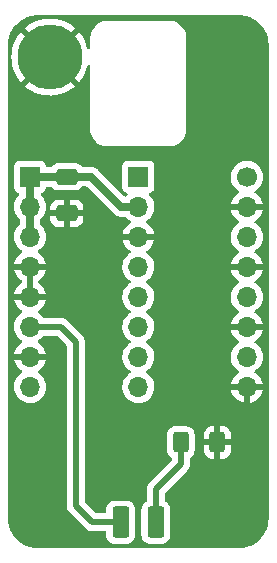
<source format=gbr>
%TF.GenerationSoftware,KiCad,Pcbnew,(6.0.0)*%
%TF.CreationDate,2022-04-15T07:45:15-04:00*%
%TF.ProjectId,JTAG_ISP-HDR,4a544147-5f49-4535-902d-4844522e6b69,v6.0.0*%
%TF.SameCoordinates,Original*%
%TF.FileFunction,Copper,L1,Top*%
%TF.FilePolarity,Positive*%
%FSLAX46Y46*%
G04 Gerber Fmt 4.6, Leading zero omitted, Abs format (unit mm)*
G04 Created by KiCad (PCBNEW (6.0.0)) date 2022-04-15 07:45:15*
%MOMM*%
%LPD*%
G01*
G04 APERTURE LIST*
G04 Aperture macros list*
%AMRoundRect*
0 Rectangle with rounded corners*
0 $1 Rounding radius*
0 $2 $3 $4 $5 $6 $7 $8 $9 X,Y pos of 4 corners*
0 Add a 4 corners polygon primitive as box body*
4,1,4,$2,$3,$4,$5,$6,$7,$8,$9,$2,$3,0*
0 Add four circle primitives for the rounded corners*
1,1,$1+$1,$2,$3*
1,1,$1+$1,$4,$5*
1,1,$1+$1,$6,$7*
1,1,$1+$1,$8,$9*
0 Add four rect primitives between the rounded corners*
20,1,$1+$1,$2,$3,$4,$5,0*
20,1,$1+$1,$4,$5,$6,$7,0*
20,1,$1+$1,$6,$7,$8,$9,0*
20,1,$1+$1,$8,$9,$2,$3,0*%
G04 Aperture macros list end*
%TA.AperFunction,ComponentPad*%
%ADD10C,1.700000*%
%TD*%
%TA.AperFunction,ComponentPad*%
%ADD11O,1.700000X1.700000*%
%TD*%
%TA.AperFunction,SMDPad,CuDef*%
%ADD12RoundRect,0.250000X-0.650000X0.412500X-0.650000X-0.412500X0.650000X-0.412500X0.650000X0.412500X0*%
%TD*%
%TA.AperFunction,SMDPad,CuDef*%
%ADD13RoundRect,0.250000X-0.400000X-0.625000X0.400000X-0.625000X0.400000X0.625000X-0.400000X0.625000X0*%
%TD*%
%TA.AperFunction,ComponentPad*%
%ADD14R,1.700000X1.700000*%
%TD*%
%TA.AperFunction,ComponentPad*%
%ADD15C,5.499999*%
%TD*%
%TA.AperFunction,SMDPad,CuDef*%
%ADD16RoundRect,0.250001X0.462499X1.074999X-0.462499X1.074999X-0.462499X-1.074999X0.462499X-1.074999X0*%
%TD*%
%TA.AperFunction,ViaPad*%
%ADD17C,1.200000*%
%TD*%
%TA.AperFunction,Conductor*%
%ADD18C,0.508000*%
%TD*%
%TA.AperFunction,Conductor*%
%ADD19C,0.254000*%
%TD*%
%TA.AperFunction,Conductor*%
%ADD20C,0.635000*%
%TD*%
G04 APERTURE END LIST*
D10*
%TO.P,J2,1,Pin_1*%
%TO.N,TCK*%
X120887020Y-62397568D03*
D11*
%TO.P,J2,2,Pin_2*%
%TO.N,GND*%
X120887020Y-64937568D03*
%TO.P,J2,3,Pin_3*%
%TO.N,RESET*%
X120887020Y-67477568D03*
%TO.P,J2,4,Pin_4*%
%TO.N,GND*%
X120887020Y-70017568D03*
%TO.P,J2,5,Pin_5*%
%TO.N,TDI*%
X120887020Y-72557568D03*
%TO.P,J2,6,Pin_6*%
%TO.N,GND*%
X120887020Y-75097568D03*
%TO.P,J2,7,Pin_7*%
%TO.N,TMS*%
X120887020Y-77637568D03*
%TO.P,J2,8,Pin_8*%
%TO.N,GND*%
X120887020Y-80177568D03*
%TD*%
D12*
%TO.P,C1,1*%
%TO.N,+5V*%
X105651021Y-62376869D03*
%TO.P,C1,2*%
%TO.N,GND*%
X105651021Y-65501869D03*
%TD*%
D13*
%TO.P,R1,1*%
%TO.N,Net-(D1-Pad1)*%
X115301024Y-84889365D03*
%TO.P,R1,2*%
%TO.N,GND*%
X118401024Y-84889365D03*
%TD*%
D14*
%TO.P,J1,1,Pin_1*%
%TO.N,+5V*%
X102525004Y-62397568D03*
D11*
%TO.P,J1,2,Pin_2*%
X102525004Y-64937568D03*
%TO.P,J1,3,Pin_3*%
X102525004Y-67477568D03*
%TO.P,J1,4,Pin_4*%
%TO.N,GND*%
X102525004Y-70017568D03*
%TO.P,J1,5,Pin_5*%
X102525004Y-72557568D03*
%TO.P,J1,6,Pin_6*%
%TO.N,TDO*%
X102525004Y-75097568D03*
%TO.P,J1,7,Pin_7*%
%TO.N,GND*%
X102525004Y-77637568D03*
%TO.P,J1,8,Pin_8*%
%TO.N,TCK*%
X102525004Y-80177568D03*
%TD*%
D15*
%TO.P,REF\u002A\u002A,1*%
%TO.N,GND*%
X104217011Y-52255381D03*
%TD*%
D14*
%TO.P,JTAG1,1,#MCLR*%
%TO.N,unconnected-(JTAG1-Pad1)*%
X111706012Y-62397568D03*
D11*
%TO.P,JTAG1,2,VDD*%
%TO.N,+5V*%
X111706012Y-64937568D03*
%TO.P,JTAG1,3,GND*%
%TO.N,GND*%
X111706012Y-67477568D03*
%TO.P,JTAG1,4,TDO*%
%TO.N,TDO*%
X111706012Y-70017568D03*
%TO.P,JTAG1,5,TCK*%
%TO.N,TCK*%
X111706012Y-72557568D03*
%TO.P,JTAG1,6,#RESET*%
%TO.N,RESET*%
X111706012Y-75097568D03*
%TO.P,JTAG1,7,TDI*%
%TO.N,TDI*%
X111706012Y-77637568D03*
%TO.P,JTAG1,8,TMS*%
%TO.N,TMS*%
X111706012Y-80177568D03*
%TD*%
D16*
%TO.P,D1,1,K*%
%TO.N,Net-(D1-Pad1)*%
X113188521Y-91639369D03*
%TO.P,D1,2,A*%
%TO.N,TDO*%
X110213521Y-91639369D03*
%TD*%
D17*
%TO.N,GND*%
X119195009Y-56689369D03*
%TD*%
D18*
%TO.N,TDO*%
X105159220Y-75097568D02*
X106412533Y-76350881D01*
X102525004Y-75097568D02*
X105159220Y-75097568D01*
D19*
%TO.N,GND*%
X122549220Y-64937568D02*
X120887020Y-64937568D01*
X101040493Y-69978841D02*
X101079220Y-70017568D01*
X122551021Y-70039369D02*
X122551021Y-64939369D01*
X105622822Y-70017568D02*
X105651021Y-69989369D01*
X101019220Y-72557568D02*
X101019220Y-77607568D01*
X101001021Y-72539369D02*
X101019220Y-72557568D01*
X101079220Y-70017568D02*
X102525004Y-70017568D01*
D18*
%TO.N,TDO*%
X106412533Y-76350881D02*
X106412533Y-90250881D01*
X106412533Y-90250881D02*
X107801021Y-91639369D01*
%TO.N,Net-(D1-Pad1)*%
X115301024Y-86739366D02*
X113188521Y-88851869D01*
D19*
%TO.N,GND*%
X122529220Y-70017568D02*
X120887020Y-70017568D01*
X122501021Y-80189369D02*
X122551021Y-80139369D01*
X122549220Y-64937568D02*
X122549220Y-51487568D01*
X102525004Y-70017568D02*
X105622822Y-70017568D01*
X101001021Y-70018313D02*
X101001021Y-72539369D01*
X122551021Y-75089369D02*
X122542822Y-75097568D01*
D18*
%TO.N,TDO*%
X107801021Y-91639369D02*
X110213521Y-91639369D01*
%TO.N,Net-(D1-Pad1)*%
X115301024Y-84889365D02*
X115301024Y-86739366D01*
X113188521Y-88851869D02*
X113188521Y-91639369D01*
D19*
%TO.N,GND*%
X122549220Y-51487568D02*
X120101021Y-49039369D01*
X101052822Y-77637568D02*
X102525004Y-77637568D01*
X120101021Y-49039369D02*
X107433023Y-49039369D01*
X122551021Y-64939369D02*
X122549220Y-64937568D01*
X120887020Y-80177568D02*
X122489220Y-80177568D01*
X122489220Y-80177568D02*
X122501021Y-80189369D01*
D20*
X120875202Y-80189369D02*
X120887010Y-80177561D01*
D19*
X122542822Y-75097568D02*
X120887020Y-75097568D01*
X105651021Y-69989369D02*
X105651021Y-65501869D01*
X122551021Y-70039369D02*
X122529220Y-70017568D01*
X101019220Y-72557568D02*
X102525004Y-72557568D01*
X101040493Y-55431899D02*
X101040493Y-69978841D01*
X101019220Y-77607568D02*
X101051021Y-77639369D01*
D20*
%TO.N,+5V*%
X105651021Y-62376869D02*
X107688521Y-62376869D01*
X102525004Y-64937568D02*
X102525004Y-62397568D01*
X102525004Y-62397568D02*
X105630322Y-62397568D01*
X105630322Y-62397568D02*
X105651021Y-62376869D01*
X102525004Y-67477568D02*
X102525004Y-64937568D01*
D19*
%TO.N,GND*%
X101051021Y-77639369D02*
X101052822Y-77637568D01*
X122551021Y-80139369D02*
X122551021Y-75089369D01*
X104217011Y-52255381D02*
X101040493Y-55431899D01*
X122551021Y-75089369D02*
X122551021Y-70039369D01*
X107433023Y-49039369D02*
X104217011Y-52255381D01*
D20*
%TO.N,+5V*%
X110249220Y-64937568D02*
X111706012Y-64937568D01*
X107688521Y-62376869D02*
X110249220Y-64937568D01*
D19*
%TO.N,GND*%
X101040493Y-69978841D02*
X101001021Y-70018313D01*
%TD*%
%TA.AperFunction,Conductor*%
%TO.N,GND*%
G36*
X120214988Y-48714869D02*
G01*
X120229866Y-48717186D01*
X120229870Y-48717186D01*
X120238739Y-48718567D01*
X120255908Y-48716322D01*
X120279848Y-48715489D01*
X120537779Y-48731091D01*
X120552883Y-48732925D01*
X120623657Y-48745895D01*
X120833888Y-48784421D01*
X120848650Y-48788059D01*
X121121417Y-48873056D01*
X121135636Y-48878450D01*
X121396149Y-48995697D01*
X121409618Y-49002766D01*
X121654104Y-49150563D01*
X121666626Y-49159206D01*
X121891516Y-49335397D01*
X121902904Y-49345487D01*
X122104903Y-49547486D01*
X122114993Y-49558874D01*
X122291184Y-49783764D01*
X122299827Y-49796286D01*
X122447624Y-50040772D01*
X122454693Y-50054241D01*
X122571939Y-50314751D01*
X122577334Y-50328973D01*
X122653099Y-50572110D01*
X122662330Y-50601734D01*
X122665969Y-50616502D01*
X122704495Y-50826733D01*
X122717465Y-50897507D01*
X122719299Y-50912611D01*
X122734464Y-51163310D01*
X122733207Y-51190020D01*
X122733204Y-51190240D01*
X122731823Y-51199111D01*
X122732987Y-51208013D01*
X122732987Y-51208016D01*
X122735945Y-51230632D01*
X122737009Y-51246970D01*
X122737009Y-91292473D01*
X122735509Y-91311857D01*
X122731823Y-91335531D01*
X122733463Y-91348071D01*
X122734068Y-91352698D01*
X122734901Y-91376640D01*
X122719299Y-91634571D01*
X122717465Y-91649675D01*
X122665971Y-91930674D01*
X122662331Y-91945442D01*
X122579885Y-92210022D01*
X122577335Y-92218205D01*
X122571940Y-92232428D01*
X122462531Y-92475527D01*
X122454695Y-92492937D01*
X122447624Y-92506410D01*
X122299827Y-92750896D01*
X122291184Y-92763418D01*
X122114993Y-92988308D01*
X122104903Y-92999696D01*
X121902904Y-93201695D01*
X121891516Y-93211785D01*
X121666626Y-93387976D01*
X121654104Y-93396619D01*
X121409618Y-93544416D01*
X121396149Y-93551485D01*
X121135639Y-93668731D01*
X121121417Y-93674126D01*
X120848650Y-93759123D01*
X120833888Y-93762761D01*
X120623657Y-93801287D01*
X120552883Y-93814257D01*
X120537779Y-93816091D01*
X120287080Y-93831256D01*
X120260370Y-93829999D01*
X120260150Y-93829996D01*
X120251279Y-93828615D01*
X120242377Y-93829779D01*
X120242374Y-93829779D01*
X120219758Y-93832737D01*
X120203420Y-93833801D01*
X103216339Y-93833801D01*
X103196954Y-93832301D01*
X103182153Y-93829996D01*
X103182150Y-93829996D01*
X103173281Y-93828615D01*
X103156112Y-93830860D01*
X103132172Y-93831693D01*
X102874241Y-93816091D01*
X102859137Y-93814257D01*
X102788363Y-93801287D01*
X102578132Y-93762761D01*
X102563370Y-93759123D01*
X102290603Y-93674126D01*
X102276381Y-93668731D01*
X102015871Y-93551485D01*
X102002402Y-93544416D01*
X101757916Y-93396619D01*
X101745394Y-93387976D01*
X101520504Y-93211785D01*
X101509116Y-93201695D01*
X101307117Y-92999696D01*
X101297027Y-92988308D01*
X101120836Y-92763418D01*
X101112193Y-92750896D01*
X100964396Y-92506410D01*
X100957325Y-92492937D01*
X100949490Y-92475527D01*
X100840080Y-92232428D01*
X100834685Y-92218205D01*
X100832135Y-92210022D01*
X100749689Y-91945442D01*
X100746049Y-91930674D01*
X100694555Y-91649675D01*
X100692721Y-91634571D01*
X100677556Y-91383872D01*
X100678813Y-91357162D01*
X100678816Y-91356942D01*
X100680197Y-91348071D01*
X100678558Y-91335531D01*
X100676075Y-91316550D01*
X100675011Y-91300212D01*
X100675011Y-80144263D01*
X101162255Y-80144263D01*
X101162552Y-80149416D01*
X101162552Y-80149419D01*
X101168015Y-80244158D01*
X101175114Y-80367283D01*
X101176251Y-80372329D01*
X101176252Y-80372335D01*
X101190453Y-80435346D01*
X101224226Y-80585207D01*
X101308270Y-80792184D01*
X101424991Y-80982656D01*
X101571254Y-81151506D01*
X101743130Y-81294200D01*
X101936004Y-81406906D01*
X102144696Y-81486598D01*
X102149764Y-81487629D01*
X102149767Y-81487630D01*
X102244866Y-81506978D01*
X102363601Y-81531135D01*
X102368776Y-81531325D01*
X102368778Y-81531325D01*
X102581677Y-81539132D01*
X102581681Y-81539132D01*
X102586841Y-81539321D01*
X102591961Y-81538665D01*
X102591963Y-81538665D01*
X102803292Y-81511593D01*
X102803293Y-81511593D01*
X102808420Y-81510936D01*
X102813370Y-81509451D01*
X103017433Y-81448229D01*
X103017438Y-81448227D01*
X103022388Y-81446742D01*
X103222998Y-81348464D01*
X103404864Y-81218741D01*
X103563100Y-81061057D01*
X103622598Y-80978257D01*
X103690439Y-80883845D01*
X103693457Y-80879645D01*
X103792434Y-80679379D01*
X103857374Y-80465637D01*
X103886533Y-80244158D01*
X103888160Y-80177568D01*
X103869856Y-79954929D01*
X103815435Y-79738270D01*
X103726358Y-79533408D01*
X103605018Y-79345845D01*
X103454674Y-79180619D01*
X103450623Y-79177420D01*
X103450619Y-79177416D01*
X103283418Y-79045368D01*
X103283414Y-79045366D01*
X103279363Y-79042166D01*
X103237573Y-79019097D01*
X103187602Y-78968665D01*
X103172830Y-78899222D01*
X103197946Y-78832816D01*
X103225298Y-78806209D01*
X103400332Y-78681360D01*
X103408204Y-78674707D01*
X103559056Y-78524380D01*
X103565734Y-78516533D01*
X103690007Y-78343588D01*
X103695317Y-78334751D01*
X103789674Y-78143835D01*
X103793473Y-78134240D01*
X103855381Y-77930478D01*
X103857559Y-77920405D01*
X103858990Y-77909530D01*
X103856779Y-77895346D01*
X103843621Y-77891568D01*
X101208229Y-77891568D01*
X101194698Y-77895541D01*
X101193261Y-77905534D01*
X101223569Y-78040014D01*
X101226649Y-78049843D01*
X101306774Y-78247171D01*
X101311417Y-78256362D01*
X101422698Y-78437956D01*
X101428781Y-78446267D01*
X101568217Y-78607235D01*
X101575584Y-78614451D01*
X101739438Y-78750484D01*
X101747885Y-78756399D01*
X101816973Y-78796771D01*
X101865697Y-78848410D01*
X101878768Y-78918193D01*
X101852037Y-78983964D01*
X101811588Y-79017320D01*
X101798611Y-79024075D01*
X101794478Y-79027178D01*
X101794475Y-79027180D01*
X101770251Y-79045368D01*
X101619969Y-79158203D01*
X101465633Y-79319706D01*
X101462719Y-79323978D01*
X101462718Y-79323979D01*
X101450408Y-79342025D01*
X101339747Y-79504248D01*
X101245692Y-79706873D01*
X101185993Y-79922138D01*
X101162255Y-80144263D01*
X100675011Y-80144263D01*
X100675011Y-75064263D01*
X101162255Y-75064263D01*
X101162552Y-75069416D01*
X101162552Y-75069419D01*
X101168015Y-75164158D01*
X101175114Y-75287283D01*
X101176251Y-75292329D01*
X101176252Y-75292335D01*
X101189601Y-75351568D01*
X101224226Y-75505207D01*
X101308270Y-75712184D01*
X101310969Y-75716588D01*
X101413619Y-75884098D01*
X101424991Y-75902656D01*
X101571254Y-76071506D01*
X101611951Y-76105293D01*
X101735365Y-76207753D01*
X101743130Y-76214200D01*
X101815982Y-76256771D01*
X101816959Y-76257342D01*
X101865683Y-76308980D01*
X101878754Y-76378763D01*
X101852023Y-76444535D01*
X101811566Y-76477895D01*
X101803461Y-76482114D01*
X101794742Y-76487604D01*
X101624437Y-76615473D01*
X101616730Y-76622316D01*
X101469594Y-76776285D01*
X101463108Y-76784295D01*
X101343102Y-76960217D01*
X101338004Y-76969191D01*
X101248342Y-77162351D01*
X101244779Y-77172038D01*
X101189393Y-77371751D01*
X101190916Y-77380175D01*
X101203296Y-77383568D01*
X103843348Y-77383568D01*
X103856879Y-77379595D01*
X103858184Y-77370515D01*
X103816218Y-77203443D01*
X103812898Y-77193692D01*
X103727976Y-76998382D01*
X103723109Y-76989307D01*
X103607430Y-76810494D01*
X103601140Y-76802325D01*
X103457810Y-76644808D01*
X103450277Y-76637783D01*
X103283143Y-76505790D01*
X103274560Y-76500088D01*
X103237606Y-76479688D01*
X103187635Y-76429255D01*
X103172863Y-76359813D01*
X103197979Y-76293407D01*
X103225331Y-76266800D01*
X103248801Y-76250059D01*
X103404864Y-76138741D01*
X103563100Y-75981057D01*
X103612333Y-75912542D01*
X103668328Y-75868894D01*
X103714656Y-75860068D01*
X104791192Y-75860068D01*
X104859313Y-75880070D01*
X104880287Y-75896973D01*
X105613128Y-76629814D01*
X105647154Y-76692126D01*
X105650033Y-76718909D01*
X105650033Y-90183505D01*
X105648600Y-90202455D01*
X105646409Y-90216854D01*
X105646409Y-90216860D01*
X105645309Y-90224089D01*
X105645902Y-90231381D01*
X105645902Y-90231384D01*
X105649618Y-90277064D01*
X105650033Y-90287279D01*
X105650033Y-90295406D01*
X105653344Y-90323805D01*
X105653771Y-90328125D01*
X105659724Y-90401307D01*
X105661980Y-90408269D01*
X105663176Y-90414257D01*
X105664584Y-90420214D01*
X105665432Y-90427488D01*
X105667930Y-90434370D01*
X105667931Y-90434374D01*
X105690478Y-90496488D01*
X105691888Y-90500592D01*
X105714520Y-90570456D01*
X105718320Y-90576719D01*
X105720858Y-90582261D01*
X105723600Y-90587737D01*
X105726099Y-90594622D01*
X105730114Y-90600746D01*
X105766348Y-90656013D01*
X105768663Y-90659681D01*
X105806760Y-90722462D01*
X105810474Y-90726667D01*
X105810476Y-90726670D01*
X105814200Y-90730886D01*
X105814171Y-90730912D01*
X105816771Y-90733843D01*
X105819575Y-90737197D01*
X105823587Y-90743316D01*
X105828899Y-90748348D01*
X105880119Y-90796869D01*
X105882561Y-90799247D01*
X107214211Y-92130897D01*
X107226598Y-92145310D01*
X107239567Y-92162933D01*
X107245150Y-92167676D01*
X107280076Y-92197348D01*
X107287592Y-92204278D01*
X107293336Y-92210022D01*
X107296212Y-92212297D01*
X107296216Y-92212301D01*
X107315746Y-92227753D01*
X107319145Y-92230540D01*
X107321371Y-92232431D01*
X107375072Y-92278053D01*
X107381591Y-92281382D01*
X107386709Y-92284795D01*
X107391886Y-92287992D01*
X107397621Y-92292530D01*
X107404247Y-92295627D01*
X107404249Y-92295628D01*
X107464122Y-92323610D01*
X107468074Y-92325542D01*
X107526903Y-92355582D01*
X107526905Y-92355583D01*
X107533425Y-92358912D01*
X107540541Y-92360653D01*
X107546285Y-92362789D01*
X107552067Y-92364713D01*
X107558701Y-92367813D01*
X107630576Y-92382763D01*
X107634860Y-92383733D01*
X107706133Y-92401173D01*
X107711735Y-92401521D01*
X107711738Y-92401521D01*
X107717351Y-92401869D01*
X107717349Y-92401906D01*
X107721248Y-92402142D01*
X107725619Y-92402532D01*
X107732778Y-92404021D01*
X107810598Y-92401915D01*
X107814007Y-92401869D01*
X108866521Y-92401869D01*
X108934642Y-92421871D01*
X108981135Y-92475527D01*
X108992521Y-92527869D01*
X108992521Y-92764769D01*
X109003495Y-92870534D01*
X109059471Y-93038314D01*
X109152543Y-93188717D01*
X109277718Y-93313674D01*
X109283948Y-93317514D01*
X109283949Y-93317515D01*
X109421111Y-93402063D01*
X109428283Y-93406484D01*
X109508026Y-93432933D01*
X109589632Y-93460001D01*
X109589634Y-93460001D01*
X109596160Y-93462166D01*
X109602996Y-93462866D01*
X109602999Y-93462867D01*
X109646052Y-93467278D01*
X109700621Y-93472869D01*
X110726421Y-93472869D01*
X110729667Y-93472532D01*
X110729671Y-93472532D01*
X110825328Y-93462607D01*
X110825332Y-93462606D01*
X110832186Y-93461895D01*
X110838722Y-93459714D01*
X110838724Y-93459714D01*
X110970826Y-93415641D01*
X110999966Y-93405919D01*
X111150369Y-93312847D01*
X111275326Y-93187672D01*
X111368136Y-93037107D01*
X111423818Y-92869230D01*
X111434521Y-92764769D01*
X111967521Y-92764769D01*
X111978495Y-92870534D01*
X112034471Y-93038314D01*
X112127543Y-93188717D01*
X112252718Y-93313674D01*
X112258948Y-93317514D01*
X112258949Y-93317515D01*
X112396111Y-93402063D01*
X112403283Y-93406484D01*
X112483026Y-93432933D01*
X112564632Y-93460001D01*
X112564634Y-93460001D01*
X112571160Y-93462166D01*
X112577996Y-93462866D01*
X112577999Y-93462867D01*
X112621052Y-93467278D01*
X112675621Y-93472869D01*
X113701421Y-93472869D01*
X113704667Y-93472532D01*
X113704671Y-93472532D01*
X113800328Y-93462607D01*
X113800332Y-93462606D01*
X113807186Y-93461895D01*
X113813722Y-93459714D01*
X113813724Y-93459714D01*
X113945826Y-93415641D01*
X113974966Y-93405919D01*
X114125369Y-93312847D01*
X114250326Y-93187672D01*
X114343136Y-93037107D01*
X114398818Y-92869230D01*
X114409521Y-92764769D01*
X114409521Y-90513969D01*
X114407707Y-90496488D01*
X114399259Y-90415062D01*
X114399258Y-90415058D01*
X114398547Y-90408204D01*
X114371109Y-90325961D01*
X114344889Y-90247372D01*
X114342571Y-90240424D01*
X114249499Y-90090021D01*
X114124324Y-89965064D01*
X114010905Y-89895151D01*
X113963411Y-89842378D01*
X113951021Y-89787891D01*
X113951021Y-89219897D01*
X113971023Y-89151776D01*
X113987926Y-89130802D01*
X115792552Y-87326176D01*
X115806965Y-87313789D01*
X115818689Y-87305161D01*
X115824588Y-87300820D01*
X115859003Y-87260311D01*
X115865933Y-87252795D01*
X115871677Y-87247051D01*
X115873951Y-87244177D01*
X115873957Y-87244170D01*
X115889396Y-87224655D01*
X115892187Y-87221251D01*
X115934969Y-87170894D01*
X115934972Y-87170890D01*
X115939708Y-87165315D01*
X115943035Y-87158800D01*
X115946416Y-87153730D01*
X115949641Y-87148508D01*
X115954184Y-87142766D01*
X115985270Y-87076254D01*
X115987176Y-87072354D01*
X116017237Y-87013483D01*
X116020567Y-87006962D01*
X116022308Y-86999845D01*
X116024435Y-86994127D01*
X116026366Y-86988321D01*
X116029467Y-86981687D01*
X116044415Y-86909827D01*
X116045383Y-86905547D01*
X116061493Y-86839709D01*
X116062828Y-86834254D01*
X116063524Y-86823036D01*
X116063563Y-86823038D01*
X116063796Y-86819137D01*
X116064185Y-86814778D01*
X116065676Y-86807610D01*
X116063570Y-86729790D01*
X116063524Y-86726381D01*
X116063524Y-86252259D01*
X116083526Y-86184138D01*
X116123221Y-86145115D01*
X116169144Y-86116697D01*
X116175372Y-86112843D01*
X116300329Y-85987668D01*
X116393139Y-85837103D01*
X116448821Y-85669226D01*
X116459524Y-85564765D01*
X116459524Y-85561460D01*
X117243025Y-85561460D01*
X117243362Y-85567979D01*
X117253281Y-85663571D01*
X117256173Y-85676965D01*
X117307612Y-85831149D01*
X117313785Y-85844327D01*
X117399087Y-85982172D01*
X117408123Y-85993573D01*
X117522853Y-86108104D01*
X117534264Y-86117116D01*
X117672267Y-86202181D01*
X117685448Y-86208328D01*
X117839734Y-86259503D01*
X117853110Y-86262370D01*
X117947462Y-86272037D01*
X117953878Y-86272365D01*
X118128909Y-86272365D01*
X118144148Y-86267890D01*
X118145353Y-86266500D01*
X118147024Y-86258817D01*
X118147024Y-86254249D01*
X118655024Y-86254249D01*
X118659499Y-86269488D01*
X118660889Y-86270693D01*
X118668572Y-86272364D01*
X118848119Y-86272364D01*
X118854638Y-86272027D01*
X118950230Y-86262108D01*
X118963624Y-86259216D01*
X119117808Y-86207777D01*
X119130986Y-86201604D01*
X119268831Y-86116302D01*
X119280232Y-86107266D01*
X119394763Y-85992536D01*
X119403775Y-85981125D01*
X119488840Y-85843122D01*
X119494987Y-85829941D01*
X119546162Y-85675655D01*
X119549029Y-85662279D01*
X119558696Y-85567927D01*
X119559024Y-85561511D01*
X119559024Y-85161480D01*
X119554549Y-85146241D01*
X119553159Y-85145036D01*
X119545476Y-85143365D01*
X118673139Y-85143365D01*
X118657900Y-85147840D01*
X118656695Y-85149230D01*
X118655024Y-85156913D01*
X118655024Y-86254249D01*
X118147024Y-86254249D01*
X118147024Y-85161480D01*
X118142549Y-85146241D01*
X118141159Y-85145036D01*
X118133476Y-85143365D01*
X117261140Y-85143365D01*
X117245901Y-85147840D01*
X117244696Y-85149230D01*
X117243025Y-85156913D01*
X117243025Y-85561460D01*
X116459524Y-85561460D01*
X116459524Y-84617250D01*
X117243024Y-84617250D01*
X117247499Y-84632489D01*
X117248889Y-84633694D01*
X117256572Y-84635365D01*
X118128909Y-84635365D01*
X118144148Y-84630890D01*
X118145353Y-84629500D01*
X118147024Y-84621817D01*
X118147024Y-84617250D01*
X118655024Y-84617250D01*
X118659499Y-84632489D01*
X118660889Y-84633694D01*
X118668572Y-84635365D01*
X119540908Y-84635365D01*
X119556147Y-84630890D01*
X119557352Y-84629500D01*
X119559023Y-84621817D01*
X119559023Y-84217270D01*
X119558686Y-84210751D01*
X119548767Y-84115159D01*
X119545875Y-84101765D01*
X119494436Y-83947581D01*
X119488263Y-83934403D01*
X119402961Y-83796558D01*
X119393925Y-83785157D01*
X119279195Y-83670626D01*
X119267784Y-83661614D01*
X119129781Y-83576549D01*
X119116600Y-83570402D01*
X118962314Y-83519227D01*
X118948938Y-83516360D01*
X118854586Y-83506693D01*
X118848169Y-83506365D01*
X118673139Y-83506365D01*
X118657900Y-83510840D01*
X118656695Y-83512230D01*
X118655024Y-83519913D01*
X118655024Y-84617250D01*
X118147024Y-84617250D01*
X118147024Y-83524481D01*
X118142549Y-83509242D01*
X118141159Y-83508037D01*
X118133476Y-83506366D01*
X117953929Y-83506366D01*
X117947410Y-83506703D01*
X117851818Y-83516622D01*
X117838424Y-83519514D01*
X117684240Y-83570953D01*
X117671062Y-83577126D01*
X117533217Y-83662428D01*
X117521816Y-83671464D01*
X117407285Y-83786194D01*
X117398273Y-83797605D01*
X117313208Y-83935608D01*
X117307061Y-83948789D01*
X117255886Y-84103075D01*
X117253019Y-84116451D01*
X117243352Y-84210803D01*
X117243024Y-84217220D01*
X117243024Y-84617250D01*
X116459524Y-84617250D01*
X116459524Y-84213965D01*
X116459187Y-84210715D01*
X116449262Y-84115057D01*
X116449261Y-84115053D01*
X116448550Y-84108199D01*
X116392574Y-83940419D01*
X116299502Y-83790017D01*
X116174327Y-83665060D01*
X116168096Y-83661219D01*
X116029992Y-83576090D01*
X116029990Y-83576089D01*
X116023762Y-83572250D01*
X115944019Y-83545801D01*
X115862413Y-83518733D01*
X115862411Y-83518733D01*
X115855885Y-83516568D01*
X115849049Y-83515868D01*
X115849046Y-83515867D01*
X115805993Y-83511456D01*
X115751424Y-83505865D01*
X114850624Y-83505865D01*
X114847378Y-83506202D01*
X114847374Y-83506202D01*
X114751716Y-83516127D01*
X114751712Y-83516128D01*
X114744858Y-83516839D01*
X114738322Y-83519020D01*
X114738320Y-83519020D01*
X114721952Y-83524481D01*
X114577078Y-83572815D01*
X114426676Y-83665887D01*
X114301719Y-83791062D01*
X114208909Y-83941627D01*
X114153227Y-84109504D01*
X114142524Y-84213965D01*
X114142524Y-85564765D01*
X114142861Y-85568011D01*
X114142861Y-85568015D01*
X114152776Y-85663571D01*
X114153498Y-85670531D01*
X114209474Y-85838311D01*
X114302546Y-85988713D01*
X114427721Y-86113670D01*
X114433951Y-86117510D01*
X114433952Y-86117511D01*
X114478640Y-86145057D01*
X114526133Y-86197829D01*
X114538524Y-86252317D01*
X114538524Y-86371338D01*
X114518522Y-86439459D01*
X114501619Y-86460433D01*
X112696993Y-88265059D01*
X112682580Y-88277446D01*
X112664957Y-88290415D01*
X112660213Y-88295998D01*
X112660214Y-88295998D01*
X112630542Y-88330924D01*
X112623612Y-88338440D01*
X112617868Y-88344184D01*
X112615594Y-88347058D01*
X112615588Y-88347065D01*
X112600149Y-88366580D01*
X112597358Y-88369984D01*
X112554576Y-88420341D01*
X112554573Y-88420345D01*
X112549837Y-88425920D01*
X112546509Y-88432437D01*
X112543132Y-88437501D01*
X112539905Y-88442725D01*
X112535361Y-88448469D01*
X112532262Y-88455100D01*
X112504289Y-88514951D01*
X112502358Y-88518902D01*
X112468978Y-88584273D01*
X112467237Y-88591388D01*
X112465100Y-88597134D01*
X112463176Y-88602917D01*
X112460077Y-88609548D01*
X112458587Y-88616712D01*
X112445129Y-88681416D01*
X112444160Y-88685698D01*
X112426717Y-88756981D01*
X112426021Y-88768199D01*
X112425982Y-88768197D01*
X112425749Y-88772098D01*
X112425360Y-88776457D01*
X112423869Y-88783625D01*
X112424067Y-88790942D01*
X112425975Y-88861446D01*
X112426021Y-88864855D01*
X112426021Y-89787799D01*
X112406019Y-89855920D01*
X112366324Y-89894943D01*
X112251673Y-89965891D01*
X112126716Y-90091066D01*
X112122876Y-90097296D01*
X112122875Y-90097297D01*
X112058055Y-90202455D01*
X112033906Y-90241631D01*
X111978224Y-90409508D01*
X111967521Y-90513969D01*
X111967521Y-92764769D01*
X111434521Y-92764769D01*
X111434521Y-90513969D01*
X111432707Y-90496488D01*
X111424259Y-90415062D01*
X111424258Y-90415058D01*
X111423547Y-90408204D01*
X111396109Y-90325961D01*
X111369889Y-90247372D01*
X111367571Y-90240424D01*
X111274499Y-90090021D01*
X111149324Y-89965064D01*
X111035905Y-89895151D01*
X111004989Y-89876094D01*
X111004987Y-89876093D01*
X110998759Y-89872254D01*
X110838275Y-89819024D01*
X110837410Y-89818737D01*
X110837408Y-89818737D01*
X110830882Y-89816572D01*
X110824046Y-89815872D01*
X110824043Y-89815871D01*
X110780990Y-89811460D01*
X110726421Y-89805869D01*
X109700621Y-89805869D01*
X109697375Y-89806206D01*
X109697371Y-89806206D01*
X109601714Y-89816131D01*
X109601710Y-89816132D01*
X109594856Y-89816843D01*
X109588320Y-89819024D01*
X109588318Y-89819024D01*
X109477728Y-89855920D01*
X109427076Y-89872819D01*
X109276673Y-89965891D01*
X109151716Y-90091066D01*
X109147876Y-90097296D01*
X109147875Y-90097297D01*
X109083055Y-90202455D01*
X109058906Y-90241631D01*
X109003224Y-90409508D01*
X108992521Y-90513969D01*
X108992521Y-90750869D01*
X108972519Y-90818990D01*
X108918863Y-90865483D01*
X108866521Y-90876869D01*
X108169049Y-90876869D01*
X108100928Y-90856867D01*
X108079954Y-90839964D01*
X107211938Y-89971948D01*
X107177912Y-89909636D01*
X107175033Y-89882853D01*
X107175033Y-80144263D01*
X110343263Y-80144263D01*
X110343560Y-80149416D01*
X110343560Y-80149419D01*
X110349023Y-80244158D01*
X110356122Y-80367283D01*
X110357259Y-80372329D01*
X110357260Y-80372335D01*
X110371461Y-80435346D01*
X110405234Y-80585207D01*
X110489278Y-80792184D01*
X110605999Y-80982656D01*
X110752262Y-81151506D01*
X110924138Y-81294200D01*
X111117012Y-81406906D01*
X111325704Y-81486598D01*
X111330772Y-81487629D01*
X111330775Y-81487630D01*
X111425874Y-81506978D01*
X111544609Y-81531135D01*
X111549784Y-81531325D01*
X111549786Y-81531325D01*
X111762685Y-81539132D01*
X111762689Y-81539132D01*
X111767849Y-81539321D01*
X111772969Y-81538665D01*
X111772971Y-81538665D01*
X111984300Y-81511593D01*
X111984301Y-81511593D01*
X111989428Y-81510936D01*
X111994378Y-81509451D01*
X112198441Y-81448229D01*
X112198446Y-81448227D01*
X112203396Y-81446742D01*
X112404006Y-81348464D01*
X112585872Y-81218741D01*
X112744108Y-81061057D01*
X112803606Y-80978257D01*
X112871447Y-80883845D01*
X112874465Y-80879645D01*
X112973442Y-80679379D01*
X113038382Y-80465637D01*
X113041029Y-80445534D01*
X119555277Y-80445534D01*
X119585585Y-80580014D01*
X119588665Y-80589843D01*
X119668790Y-80787171D01*
X119673433Y-80796362D01*
X119784714Y-80977956D01*
X119790797Y-80986267D01*
X119930233Y-81147235D01*
X119937600Y-81154451D01*
X120101454Y-81290484D01*
X120109901Y-81296399D01*
X120293776Y-81403847D01*
X120303062Y-81408297D01*
X120502021Y-81484271D01*
X120511919Y-81487147D01*
X120615270Y-81508174D01*
X120629319Y-81506978D01*
X120633020Y-81496633D01*
X120633020Y-81496085D01*
X121141020Y-81496085D01*
X121145084Y-81509927D01*
X121158498Y-81511961D01*
X121165204Y-81511102D01*
X121175282Y-81508960D01*
X121379275Y-81447759D01*
X121388862Y-81444001D01*
X121580115Y-81350307D01*
X121588965Y-81345032D01*
X121762348Y-81221360D01*
X121770220Y-81214707D01*
X121921072Y-81064380D01*
X121927750Y-81056533D01*
X122052023Y-80883588D01*
X122057333Y-80874751D01*
X122151690Y-80683835D01*
X122155489Y-80674240D01*
X122217397Y-80470478D01*
X122219575Y-80460405D01*
X122221006Y-80449530D01*
X122218795Y-80435346D01*
X122205637Y-80431568D01*
X121159135Y-80431568D01*
X121143896Y-80436043D01*
X121142691Y-80437433D01*
X121141020Y-80445116D01*
X121141020Y-81496085D01*
X120633020Y-81496085D01*
X120633020Y-80449683D01*
X120628545Y-80434444D01*
X120627155Y-80433239D01*
X120619472Y-80431568D01*
X119570245Y-80431568D01*
X119556714Y-80435541D01*
X119555277Y-80445534D01*
X113041029Y-80445534D01*
X113067541Y-80244158D01*
X113069168Y-80177568D01*
X113050864Y-79954929D01*
X112996443Y-79738270D01*
X112907366Y-79533408D01*
X112786026Y-79345845D01*
X112635682Y-79180619D01*
X112631631Y-79177420D01*
X112631627Y-79177416D01*
X112464426Y-79045368D01*
X112464422Y-79045366D01*
X112460371Y-79042166D01*
X112419065Y-79019364D01*
X112369096Y-78968932D01*
X112354324Y-78899489D01*
X112379440Y-78833084D01*
X112406792Y-78806477D01*
X112450615Y-78775218D01*
X112585872Y-78678741D01*
X112744108Y-78521057D01*
X112803606Y-78438257D01*
X112871447Y-78343845D01*
X112874465Y-78339645D01*
X112973442Y-78139379D01*
X113038382Y-77925637D01*
X113067541Y-77704158D01*
X113069168Y-77637568D01*
X113066430Y-77604263D01*
X119524271Y-77604263D01*
X119524568Y-77609416D01*
X119524568Y-77609419D01*
X119530031Y-77704158D01*
X119537130Y-77827283D01*
X119538267Y-77832329D01*
X119538268Y-77832335D01*
X119551617Y-77891568D01*
X119586242Y-78045207D01*
X119670286Y-78252184D01*
X119787007Y-78442656D01*
X119933270Y-78611506D01*
X120105146Y-78754200D01*
X120177998Y-78796771D01*
X120178975Y-78797342D01*
X120227699Y-78848980D01*
X120240770Y-78918763D01*
X120214039Y-78984535D01*
X120173582Y-79017895D01*
X120165477Y-79022114D01*
X120156758Y-79027604D01*
X119986453Y-79155473D01*
X119978746Y-79162316D01*
X119831610Y-79316285D01*
X119825124Y-79324295D01*
X119705118Y-79500217D01*
X119700020Y-79509191D01*
X119610358Y-79702351D01*
X119606795Y-79712038D01*
X119551409Y-79911751D01*
X119552932Y-79920175D01*
X119565312Y-79923568D01*
X122205364Y-79923568D01*
X122218895Y-79919595D01*
X122220200Y-79910515D01*
X122178234Y-79743443D01*
X122174914Y-79733692D01*
X122089992Y-79538382D01*
X122085125Y-79529307D01*
X121969446Y-79350494D01*
X121963156Y-79342325D01*
X121819826Y-79184808D01*
X121812293Y-79177783D01*
X121645159Y-79045790D01*
X121636576Y-79040088D01*
X121599622Y-79019688D01*
X121549651Y-78969255D01*
X121534879Y-78899813D01*
X121559995Y-78833407D01*
X121587347Y-78806800D01*
X121610817Y-78790059D01*
X121766880Y-78678741D01*
X121925116Y-78521057D01*
X121984614Y-78438257D01*
X122052455Y-78343845D01*
X122055473Y-78339645D01*
X122154450Y-78139379D01*
X122219390Y-77925637D01*
X122248549Y-77704158D01*
X122250176Y-77637568D01*
X122231872Y-77414929D01*
X122177451Y-77198270D01*
X122088374Y-76993408D01*
X121967034Y-76805845D01*
X121816690Y-76640619D01*
X121812639Y-76637420D01*
X121812635Y-76637416D01*
X121645434Y-76505368D01*
X121645430Y-76505366D01*
X121641379Y-76502166D01*
X121599589Y-76479097D01*
X121549618Y-76428665D01*
X121534846Y-76359222D01*
X121559962Y-76292816D01*
X121587314Y-76266209D01*
X121762348Y-76141360D01*
X121770220Y-76134707D01*
X121921072Y-75984380D01*
X121927750Y-75976533D01*
X122052023Y-75803588D01*
X122057333Y-75794751D01*
X122151690Y-75603835D01*
X122155489Y-75594240D01*
X122217397Y-75390478D01*
X122219575Y-75380405D01*
X122221006Y-75369530D01*
X122218795Y-75355346D01*
X122205637Y-75351568D01*
X119570245Y-75351568D01*
X119556714Y-75355541D01*
X119555277Y-75365534D01*
X119585585Y-75500014D01*
X119588665Y-75509843D01*
X119668790Y-75707171D01*
X119673433Y-75716362D01*
X119784714Y-75897956D01*
X119790797Y-75906267D01*
X119930233Y-76067235D01*
X119937600Y-76074451D01*
X120101454Y-76210484D01*
X120109901Y-76216399D01*
X120178989Y-76256771D01*
X120227713Y-76308410D01*
X120240784Y-76378193D01*
X120214053Y-76443964D01*
X120173604Y-76477320D01*
X120160627Y-76484075D01*
X120156494Y-76487178D01*
X120156491Y-76487180D01*
X120132267Y-76505368D01*
X119981985Y-76618203D01*
X119827649Y-76779706D01*
X119824735Y-76783978D01*
X119824734Y-76783979D01*
X119812424Y-76802025D01*
X119701763Y-76964248D01*
X119607708Y-77166873D01*
X119548009Y-77382138D01*
X119524271Y-77604263D01*
X113066430Y-77604263D01*
X113050864Y-77414929D01*
X112996443Y-77198270D01*
X112907366Y-76993408D01*
X112786026Y-76805845D01*
X112635682Y-76640619D01*
X112631631Y-76637420D01*
X112631627Y-76637416D01*
X112464426Y-76505368D01*
X112464422Y-76505366D01*
X112460371Y-76502166D01*
X112419065Y-76479364D01*
X112369096Y-76428932D01*
X112354324Y-76359489D01*
X112379440Y-76293084D01*
X112406792Y-76266477D01*
X112450615Y-76235218D01*
X112585872Y-76138741D01*
X112744108Y-75981057D01*
X112803606Y-75898257D01*
X112871447Y-75803845D01*
X112874465Y-75799645D01*
X112973442Y-75599379D01*
X113038382Y-75385637D01*
X113067541Y-75164158D01*
X113069168Y-75097568D01*
X113050864Y-74874929D01*
X112996443Y-74658270D01*
X112907366Y-74453408D01*
X112831034Y-74335416D01*
X112788834Y-74270185D01*
X112788832Y-74270182D01*
X112786026Y-74265845D01*
X112635682Y-74100619D01*
X112631631Y-74097420D01*
X112631627Y-74097416D01*
X112464426Y-73965368D01*
X112464422Y-73965366D01*
X112460371Y-73962166D01*
X112419065Y-73939364D01*
X112369096Y-73888932D01*
X112354324Y-73819489D01*
X112379440Y-73753084D01*
X112406792Y-73726477D01*
X112450615Y-73695218D01*
X112585872Y-73598741D01*
X112744108Y-73441057D01*
X112803606Y-73358257D01*
X112871447Y-73263845D01*
X112874465Y-73259645D01*
X112973442Y-73059379D01*
X113038382Y-72845637D01*
X113067541Y-72624158D01*
X113069168Y-72557568D01*
X113066430Y-72524263D01*
X119524271Y-72524263D01*
X119524568Y-72529416D01*
X119524568Y-72529419D01*
X119530031Y-72624158D01*
X119537130Y-72747283D01*
X119538267Y-72752329D01*
X119538268Y-72752335D01*
X119551617Y-72811568D01*
X119586242Y-72965207D01*
X119670286Y-73172184D01*
X119787007Y-73362656D01*
X119933270Y-73531506D01*
X120105146Y-73674200D01*
X120177998Y-73716771D01*
X120178975Y-73717342D01*
X120227699Y-73768980D01*
X120240770Y-73838763D01*
X120214039Y-73904535D01*
X120173582Y-73937895D01*
X120165477Y-73942114D01*
X120156758Y-73947604D01*
X119986453Y-74075473D01*
X119978746Y-74082316D01*
X119831610Y-74236285D01*
X119825124Y-74244295D01*
X119705118Y-74420217D01*
X119700020Y-74429191D01*
X119610358Y-74622351D01*
X119606795Y-74632038D01*
X119551409Y-74831751D01*
X119552932Y-74840175D01*
X119565312Y-74843568D01*
X122205364Y-74843568D01*
X122218895Y-74839595D01*
X122220200Y-74830515D01*
X122178234Y-74663443D01*
X122174914Y-74653692D01*
X122089992Y-74458382D01*
X122085125Y-74449307D01*
X121969446Y-74270494D01*
X121963156Y-74262325D01*
X121819826Y-74104808D01*
X121812293Y-74097783D01*
X121645159Y-73965790D01*
X121636576Y-73960088D01*
X121599622Y-73939688D01*
X121549651Y-73889255D01*
X121534879Y-73819813D01*
X121559995Y-73753407D01*
X121587347Y-73726800D01*
X121610817Y-73710059D01*
X121766880Y-73598741D01*
X121925116Y-73441057D01*
X121984614Y-73358257D01*
X122052455Y-73263845D01*
X122055473Y-73259645D01*
X122154450Y-73059379D01*
X122219390Y-72845637D01*
X122248549Y-72624158D01*
X122250176Y-72557568D01*
X122231872Y-72334929D01*
X122177451Y-72118270D01*
X122088374Y-71913408D01*
X121967034Y-71725845D01*
X121816690Y-71560619D01*
X121812639Y-71557420D01*
X121812635Y-71557416D01*
X121645434Y-71425368D01*
X121645430Y-71425366D01*
X121641379Y-71422166D01*
X121599589Y-71399097D01*
X121549618Y-71348665D01*
X121534846Y-71279222D01*
X121559962Y-71212816D01*
X121587314Y-71186209D01*
X121762348Y-71061360D01*
X121770220Y-71054707D01*
X121921072Y-70904380D01*
X121927750Y-70896533D01*
X122052023Y-70723588D01*
X122057333Y-70714751D01*
X122151690Y-70523835D01*
X122155489Y-70514240D01*
X122217397Y-70310478D01*
X122219575Y-70300405D01*
X122221006Y-70289530D01*
X122218795Y-70275346D01*
X122205637Y-70271568D01*
X119570245Y-70271568D01*
X119556714Y-70275541D01*
X119555277Y-70285534D01*
X119585585Y-70420014D01*
X119588665Y-70429843D01*
X119668790Y-70627171D01*
X119673433Y-70636362D01*
X119784714Y-70817956D01*
X119790797Y-70826267D01*
X119930233Y-70987235D01*
X119937600Y-70994451D01*
X120101454Y-71130484D01*
X120109901Y-71136399D01*
X120178989Y-71176771D01*
X120227713Y-71228410D01*
X120240784Y-71298193D01*
X120214053Y-71363964D01*
X120173604Y-71397320D01*
X120160627Y-71404075D01*
X120156494Y-71407178D01*
X120156491Y-71407180D01*
X120132267Y-71425368D01*
X119981985Y-71538203D01*
X119827649Y-71699706D01*
X119824735Y-71703978D01*
X119824734Y-71703979D01*
X119812424Y-71722025D01*
X119701763Y-71884248D01*
X119607708Y-72086873D01*
X119548009Y-72302138D01*
X119524271Y-72524263D01*
X113066430Y-72524263D01*
X113050864Y-72334929D01*
X112996443Y-72118270D01*
X112907366Y-71913408D01*
X112786026Y-71725845D01*
X112635682Y-71560619D01*
X112631631Y-71557420D01*
X112631627Y-71557416D01*
X112464426Y-71425368D01*
X112464422Y-71425366D01*
X112460371Y-71422166D01*
X112419065Y-71399364D01*
X112369096Y-71348932D01*
X112354324Y-71279489D01*
X112379440Y-71213084D01*
X112406792Y-71186477D01*
X112450615Y-71155218D01*
X112585872Y-71058741D01*
X112744108Y-70901057D01*
X112803606Y-70818257D01*
X112871447Y-70723845D01*
X112874465Y-70719645D01*
X112973442Y-70519379D01*
X113038382Y-70305637D01*
X113067541Y-70084158D01*
X113069168Y-70017568D01*
X113050864Y-69794929D01*
X112996443Y-69578270D01*
X112907366Y-69373408D01*
X112786026Y-69185845D01*
X112635682Y-69020619D01*
X112631631Y-69017420D01*
X112631627Y-69017416D01*
X112464426Y-68885368D01*
X112464422Y-68885366D01*
X112460371Y-68882166D01*
X112418581Y-68859097D01*
X112368610Y-68808665D01*
X112353838Y-68739222D01*
X112378954Y-68672816D01*
X112406306Y-68646209D01*
X112581340Y-68521360D01*
X112589212Y-68514707D01*
X112740064Y-68364380D01*
X112746742Y-68356533D01*
X112871015Y-68183588D01*
X112876325Y-68174751D01*
X112970682Y-67983835D01*
X112974481Y-67974240D01*
X113036389Y-67770478D01*
X113038567Y-67760405D01*
X113039998Y-67749530D01*
X113037787Y-67735346D01*
X113024629Y-67731568D01*
X110389237Y-67731568D01*
X110375706Y-67735541D01*
X110374269Y-67745534D01*
X110404577Y-67880014D01*
X110407657Y-67889843D01*
X110487782Y-68087171D01*
X110492425Y-68096362D01*
X110603706Y-68277956D01*
X110609789Y-68286267D01*
X110749225Y-68447235D01*
X110756592Y-68454451D01*
X110920446Y-68590484D01*
X110928893Y-68596399D01*
X110997981Y-68636771D01*
X111046705Y-68688410D01*
X111059776Y-68758193D01*
X111033045Y-68823964D01*
X110992596Y-68857320D01*
X110979619Y-68864075D01*
X110975486Y-68867178D01*
X110975483Y-68867180D01*
X110951259Y-68885368D01*
X110800977Y-68998203D01*
X110646641Y-69159706D01*
X110643727Y-69163978D01*
X110643726Y-69163979D01*
X110631416Y-69182025D01*
X110520755Y-69344248D01*
X110426700Y-69546873D01*
X110367001Y-69762138D01*
X110343263Y-69984263D01*
X110343560Y-69989416D01*
X110343560Y-69989419D01*
X110349023Y-70084158D01*
X110356122Y-70207283D01*
X110357259Y-70212329D01*
X110357260Y-70212335D01*
X110371461Y-70275346D01*
X110405234Y-70425207D01*
X110489278Y-70632184D01*
X110605999Y-70822656D01*
X110752262Y-70991506D01*
X110924138Y-71134200D01*
X110994607Y-71175379D01*
X110997457Y-71177044D01*
X111046181Y-71228682D01*
X111059252Y-71298465D01*
X111032521Y-71364237D01*
X110992067Y-71397595D01*
X110979619Y-71404075D01*
X110975486Y-71407178D01*
X110975483Y-71407180D01*
X110951259Y-71425368D01*
X110800977Y-71538203D01*
X110646641Y-71699706D01*
X110643727Y-71703978D01*
X110643726Y-71703979D01*
X110631416Y-71722025D01*
X110520755Y-71884248D01*
X110426700Y-72086873D01*
X110367001Y-72302138D01*
X110343263Y-72524263D01*
X110343560Y-72529416D01*
X110343560Y-72529419D01*
X110349023Y-72624158D01*
X110356122Y-72747283D01*
X110357259Y-72752329D01*
X110357260Y-72752335D01*
X110370609Y-72811568D01*
X110405234Y-72965207D01*
X110489278Y-73172184D01*
X110605999Y-73362656D01*
X110752262Y-73531506D01*
X110924138Y-73674200D01*
X110994607Y-73715379D01*
X110997457Y-73717044D01*
X111046181Y-73768682D01*
X111059252Y-73838465D01*
X111032521Y-73904237D01*
X110992067Y-73937595D01*
X110979619Y-73944075D01*
X110975486Y-73947178D01*
X110975483Y-73947180D01*
X110951259Y-73965368D01*
X110800977Y-74078203D01*
X110646641Y-74239706D01*
X110643727Y-74243978D01*
X110643726Y-74243979D01*
X110631416Y-74262025D01*
X110520755Y-74424248D01*
X110505015Y-74458158D01*
X110443061Y-74591627D01*
X110426700Y-74626873D01*
X110367001Y-74842138D01*
X110343263Y-75064263D01*
X110343560Y-75069416D01*
X110343560Y-75069419D01*
X110349023Y-75164158D01*
X110356122Y-75287283D01*
X110357259Y-75292329D01*
X110357260Y-75292335D01*
X110370609Y-75351568D01*
X110405234Y-75505207D01*
X110489278Y-75712184D01*
X110491977Y-75716588D01*
X110594627Y-75884098D01*
X110605999Y-75902656D01*
X110752262Y-76071506D01*
X110792959Y-76105293D01*
X110916373Y-76207753D01*
X110924138Y-76214200D01*
X110994607Y-76255379D01*
X110997457Y-76257044D01*
X111046181Y-76308682D01*
X111059252Y-76378465D01*
X111032521Y-76444237D01*
X110992067Y-76477595D01*
X110979619Y-76484075D01*
X110975486Y-76487178D01*
X110975483Y-76487180D01*
X110951259Y-76505368D01*
X110800977Y-76618203D01*
X110646641Y-76779706D01*
X110643727Y-76783978D01*
X110643726Y-76783979D01*
X110631416Y-76802025D01*
X110520755Y-76964248D01*
X110426700Y-77166873D01*
X110367001Y-77382138D01*
X110343263Y-77604263D01*
X110343560Y-77609416D01*
X110343560Y-77609419D01*
X110349023Y-77704158D01*
X110356122Y-77827283D01*
X110357259Y-77832329D01*
X110357260Y-77832335D01*
X110370609Y-77891568D01*
X110405234Y-78045207D01*
X110489278Y-78252184D01*
X110605999Y-78442656D01*
X110752262Y-78611506D01*
X110924138Y-78754200D01*
X110994607Y-78795379D01*
X110997457Y-78797044D01*
X111046181Y-78848682D01*
X111059252Y-78918465D01*
X111032521Y-78984237D01*
X110992067Y-79017595D01*
X110979619Y-79024075D01*
X110975486Y-79027178D01*
X110975483Y-79027180D01*
X110951259Y-79045368D01*
X110800977Y-79158203D01*
X110646641Y-79319706D01*
X110643727Y-79323978D01*
X110643726Y-79323979D01*
X110631416Y-79342025D01*
X110520755Y-79504248D01*
X110426700Y-79706873D01*
X110367001Y-79922138D01*
X110343263Y-80144263D01*
X107175033Y-80144263D01*
X107175033Y-76418249D01*
X107176466Y-76399298D01*
X107178656Y-76384905D01*
X107178656Y-76384903D01*
X107179756Y-76377673D01*
X107179081Y-76369365D01*
X107175448Y-76324706D01*
X107175033Y-76314492D01*
X107175033Y-76306356D01*
X107173486Y-76293084D01*
X107171723Y-76277969D01*
X107171290Y-76273590D01*
X107165936Y-76207753D01*
X107165935Y-76207750D01*
X107165342Y-76200454D01*
X107163086Y-76193490D01*
X107161888Y-76187495D01*
X107160482Y-76181545D01*
X107159634Y-76174274D01*
X107134590Y-76105279D01*
X107133167Y-76101133D01*
X107112802Y-76038269D01*
X107112801Y-76038267D01*
X107110546Y-76031306D01*
X107106750Y-76025051D01*
X107104215Y-76019514D01*
X107101465Y-76014023D01*
X107098967Y-76007140D01*
X107084045Y-75984380D01*
X107058718Y-75945749D01*
X107056403Y-75942081D01*
X107018306Y-75879300D01*
X107014590Y-75875093D01*
X107014587Y-75875089D01*
X107010865Y-75870876D01*
X107010895Y-75870850D01*
X107008297Y-75867922D01*
X107005493Y-75864568D01*
X107001479Y-75858446D01*
X106944928Y-75804875D01*
X106942487Y-75802498D01*
X105746030Y-74606040D01*
X105733643Y-74591627D01*
X105725015Y-74579903D01*
X105720674Y-74574004D01*
X105680165Y-74539589D01*
X105672649Y-74532659D01*
X105666905Y-74526915D01*
X105664031Y-74524641D01*
X105664024Y-74524635D01*
X105644509Y-74509196D01*
X105641105Y-74506405D01*
X105590748Y-74463623D01*
X105590744Y-74463620D01*
X105585169Y-74458884D01*
X105578652Y-74455556D01*
X105573588Y-74452179D01*
X105568364Y-74448952D01*
X105562620Y-74444408D01*
X105519485Y-74424248D01*
X105496138Y-74413336D01*
X105492187Y-74411405D01*
X105433337Y-74381355D01*
X105426816Y-74378025D01*
X105419701Y-74376284D01*
X105413955Y-74374147D01*
X105408172Y-74372223D01*
X105401541Y-74369124D01*
X105329663Y-74354174D01*
X105325391Y-74353207D01*
X105254108Y-74335764D01*
X105248509Y-74335417D01*
X105248505Y-74335416D01*
X105242890Y-74335068D01*
X105242892Y-74335029D01*
X105238991Y-74334796D01*
X105234632Y-74334407D01*
X105227464Y-74332916D01*
X105220147Y-74333114D01*
X105149643Y-74335022D01*
X105146234Y-74335068D01*
X103718355Y-74335068D01*
X103650234Y-74315066D01*
X103612562Y-74277507D01*
X103605018Y-74265845D01*
X103454674Y-74100619D01*
X103450623Y-74097420D01*
X103450619Y-74097416D01*
X103283418Y-73965368D01*
X103283414Y-73965366D01*
X103279363Y-73962166D01*
X103237573Y-73939097D01*
X103187602Y-73888665D01*
X103172830Y-73819222D01*
X103197946Y-73752816D01*
X103225298Y-73726209D01*
X103400332Y-73601360D01*
X103408204Y-73594707D01*
X103559056Y-73444380D01*
X103565734Y-73436533D01*
X103690007Y-73263588D01*
X103695317Y-73254751D01*
X103789674Y-73063835D01*
X103793473Y-73054240D01*
X103855381Y-72850478D01*
X103857559Y-72840405D01*
X103858990Y-72829530D01*
X103856779Y-72815346D01*
X103843621Y-72811568D01*
X101208229Y-72811568D01*
X101194698Y-72815541D01*
X101193261Y-72825534D01*
X101223569Y-72960014D01*
X101226649Y-72969843D01*
X101306774Y-73167171D01*
X101311417Y-73176362D01*
X101422698Y-73357956D01*
X101428781Y-73366267D01*
X101568217Y-73527235D01*
X101575584Y-73534451D01*
X101739438Y-73670484D01*
X101747885Y-73676399D01*
X101816973Y-73716771D01*
X101865697Y-73768410D01*
X101878768Y-73838193D01*
X101852037Y-73903964D01*
X101811588Y-73937320D01*
X101798611Y-73944075D01*
X101794478Y-73947178D01*
X101794475Y-73947180D01*
X101770251Y-73965368D01*
X101619969Y-74078203D01*
X101465633Y-74239706D01*
X101462719Y-74243978D01*
X101462718Y-74243979D01*
X101450408Y-74262025D01*
X101339747Y-74424248D01*
X101324007Y-74458158D01*
X101262053Y-74591627D01*
X101245692Y-74626873D01*
X101185993Y-74842138D01*
X101162255Y-75064263D01*
X100675011Y-75064263D01*
X100675011Y-72291751D01*
X101189393Y-72291751D01*
X101190916Y-72300175D01*
X101203296Y-72303568D01*
X102252889Y-72303568D01*
X102268128Y-72299093D01*
X102269333Y-72297703D01*
X102271004Y-72290020D01*
X102271004Y-72285453D01*
X102779004Y-72285453D01*
X102783479Y-72300692D01*
X102784869Y-72301897D01*
X102792552Y-72303568D01*
X103843348Y-72303568D01*
X103856879Y-72299595D01*
X103858184Y-72290515D01*
X103816218Y-72123443D01*
X103812898Y-72113692D01*
X103727976Y-71918382D01*
X103723109Y-71909307D01*
X103607430Y-71730494D01*
X103601140Y-71722325D01*
X103457810Y-71564808D01*
X103450277Y-71557783D01*
X103283143Y-71425790D01*
X103274556Y-71420085D01*
X103237120Y-71399419D01*
X103187150Y-71348987D01*
X103172378Y-71279544D01*
X103197494Y-71213139D01*
X103224846Y-71186532D01*
X103400331Y-71061360D01*
X103408204Y-71054707D01*
X103559056Y-70904380D01*
X103565734Y-70896533D01*
X103690007Y-70723588D01*
X103695317Y-70714751D01*
X103789674Y-70523835D01*
X103793473Y-70514240D01*
X103855381Y-70310478D01*
X103857559Y-70300405D01*
X103858990Y-70289530D01*
X103856779Y-70275346D01*
X103843621Y-70271568D01*
X102797119Y-70271568D01*
X102781880Y-70276043D01*
X102780675Y-70277433D01*
X102779004Y-70285116D01*
X102779004Y-72285453D01*
X102271004Y-72285453D01*
X102271004Y-70289683D01*
X102266529Y-70274444D01*
X102265139Y-70273239D01*
X102257456Y-70271568D01*
X101208229Y-70271568D01*
X101194698Y-70275541D01*
X101193261Y-70285534D01*
X101223569Y-70420014D01*
X101226649Y-70429843D01*
X101306774Y-70627171D01*
X101311417Y-70636362D01*
X101422698Y-70817956D01*
X101428781Y-70826267D01*
X101568217Y-70987235D01*
X101575584Y-70994451D01*
X101739438Y-71130484D01*
X101747885Y-71136399D01*
X101817483Y-71177069D01*
X101866207Y-71228708D01*
X101879278Y-71298491D01*
X101852547Y-71364262D01*
X101812091Y-71397621D01*
X101803466Y-71402110D01*
X101794742Y-71407604D01*
X101624437Y-71535473D01*
X101616730Y-71542316D01*
X101469594Y-71696285D01*
X101463108Y-71704295D01*
X101343102Y-71880217D01*
X101338004Y-71889191D01*
X101248342Y-72082351D01*
X101244779Y-72092038D01*
X101189393Y-72291751D01*
X100675011Y-72291751D01*
X100675011Y-67444263D01*
X101162255Y-67444263D01*
X101162552Y-67449416D01*
X101162552Y-67449419D01*
X101168015Y-67544158D01*
X101175114Y-67667283D01*
X101176251Y-67672329D01*
X101176252Y-67672335D01*
X101189601Y-67731568D01*
X101224226Y-67885207D01*
X101308270Y-68092184D01*
X101424991Y-68282656D01*
X101571254Y-68451506D01*
X101743130Y-68594200D01*
X101815982Y-68636771D01*
X101816959Y-68637342D01*
X101865683Y-68688980D01*
X101878754Y-68758763D01*
X101852023Y-68824535D01*
X101811566Y-68857895D01*
X101803461Y-68862114D01*
X101794742Y-68867604D01*
X101624437Y-68995473D01*
X101616730Y-69002316D01*
X101469594Y-69156285D01*
X101463108Y-69164295D01*
X101343102Y-69340217D01*
X101338004Y-69349191D01*
X101248342Y-69542351D01*
X101244779Y-69552038D01*
X101189393Y-69751751D01*
X101190916Y-69760175D01*
X101203296Y-69763568D01*
X103843348Y-69763568D01*
X103856879Y-69759595D01*
X103858184Y-69750515D01*
X103816218Y-69583443D01*
X103812898Y-69573692D01*
X103727976Y-69378382D01*
X103723109Y-69369307D01*
X103607430Y-69190494D01*
X103601140Y-69182325D01*
X103457810Y-69024808D01*
X103450277Y-69017783D01*
X103283143Y-68885790D01*
X103274560Y-68880088D01*
X103237606Y-68859688D01*
X103187635Y-68809255D01*
X103172863Y-68739813D01*
X103197979Y-68673407D01*
X103225331Y-68646800D01*
X103248801Y-68630059D01*
X103404864Y-68518741D01*
X103563100Y-68361057D01*
X103622598Y-68278257D01*
X103690439Y-68183845D01*
X103693457Y-68179645D01*
X103792434Y-67979379D01*
X103857374Y-67765637D01*
X103886533Y-67544158D01*
X103888160Y-67477568D01*
X103885422Y-67444263D01*
X119524271Y-67444263D01*
X119524568Y-67449416D01*
X119524568Y-67449419D01*
X119530031Y-67544158D01*
X119537130Y-67667283D01*
X119538267Y-67672329D01*
X119538268Y-67672335D01*
X119551617Y-67731568D01*
X119586242Y-67885207D01*
X119670286Y-68092184D01*
X119787007Y-68282656D01*
X119933270Y-68451506D01*
X120105146Y-68594200D01*
X120177998Y-68636771D01*
X120178975Y-68637342D01*
X120227699Y-68688980D01*
X120240770Y-68758763D01*
X120214039Y-68824535D01*
X120173582Y-68857895D01*
X120165477Y-68862114D01*
X120156758Y-68867604D01*
X119986453Y-68995473D01*
X119978746Y-69002316D01*
X119831610Y-69156285D01*
X119825124Y-69164295D01*
X119705118Y-69340217D01*
X119700020Y-69349191D01*
X119610358Y-69542351D01*
X119606795Y-69552038D01*
X119551409Y-69751751D01*
X119552932Y-69760175D01*
X119565312Y-69763568D01*
X122205364Y-69763568D01*
X122218895Y-69759595D01*
X122220200Y-69750515D01*
X122178234Y-69583443D01*
X122174914Y-69573692D01*
X122089992Y-69378382D01*
X122085125Y-69369307D01*
X121969446Y-69190494D01*
X121963156Y-69182325D01*
X121819826Y-69024808D01*
X121812293Y-69017783D01*
X121645159Y-68885790D01*
X121636576Y-68880088D01*
X121599622Y-68859688D01*
X121549651Y-68809255D01*
X121534879Y-68739813D01*
X121559995Y-68673407D01*
X121587347Y-68646800D01*
X121610817Y-68630059D01*
X121766880Y-68518741D01*
X121925116Y-68361057D01*
X121984614Y-68278257D01*
X122052455Y-68183845D01*
X122055473Y-68179645D01*
X122154450Y-67979379D01*
X122219390Y-67765637D01*
X122248549Y-67544158D01*
X122250176Y-67477568D01*
X122231872Y-67254929D01*
X122177451Y-67038270D01*
X122088374Y-66833408D01*
X121983981Y-66672041D01*
X121969842Y-66650185D01*
X121969840Y-66650182D01*
X121967034Y-66645845D01*
X121816690Y-66480619D01*
X121812636Y-66477417D01*
X121812635Y-66477416D01*
X121645434Y-66345368D01*
X121645430Y-66345366D01*
X121641379Y-66342166D01*
X121599589Y-66319097D01*
X121549618Y-66268665D01*
X121534846Y-66199222D01*
X121559962Y-66132816D01*
X121587314Y-66106209D01*
X121762348Y-65981360D01*
X121770220Y-65974707D01*
X121921072Y-65824380D01*
X121927750Y-65816533D01*
X122052023Y-65643588D01*
X122057333Y-65634751D01*
X122151690Y-65443835D01*
X122155489Y-65434240D01*
X122217397Y-65230478D01*
X122219575Y-65220405D01*
X122221006Y-65209530D01*
X122218795Y-65195346D01*
X122205637Y-65191568D01*
X119570245Y-65191568D01*
X119556714Y-65195541D01*
X119555277Y-65205534D01*
X119585585Y-65340014D01*
X119588665Y-65349843D01*
X119668790Y-65547171D01*
X119673433Y-65556362D01*
X119784714Y-65737956D01*
X119790797Y-65746267D01*
X119930233Y-65907235D01*
X119937600Y-65914451D01*
X120101454Y-66050484D01*
X120109901Y-66056399D01*
X120178989Y-66096771D01*
X120227713Y-66148410D01*
X120240784Y-66218193D01*
X120214053Y-66283964D01*
X120173604Y-66317320D01*
X120160627Y-66324075D01*
X120156494Y-66327178D01*
X120156491Y-66327180D01*
X119986120Y-66455098D01*
X119981985Y-66458203D01*
X119827649Y-66619706D01*
X119824735Y-66623978D01*
X119824734Y-66623979D01*
X119794777Y-66667894D01*
X119701763Y-66804248D01*
X119607708Y-67006873D01*
X119548009Y-67222138D01*
X119524271Y-67444263D01*
X103885422Y-67444263D01*
X103869856Y-67254929D01*
X103815435Y-67038270D01*
X103726358Y-66833408D01*
X103621965Y-66672041D01*
X103607826Y-66650185D01*
X103607824Y-66650182D01*
X103605018Y-66645845D01*
X103454674Y-66480619D01*
X103398911Y-66436580D01*
X103357849Y-66378664D01*
X103351004Y-66337699D01*
X103351004Y-66082054D01*
X103371006Y-66013933D01*
X103397545Y-65986078D01*
X103396704Y-65985083D01*
X103400661Y-65981739D01*
X103404864Y-65978741D01*
X103422202Y-65961464D01*
X104243022Y-65961464D01*
X104243359Y-65967983D01*
X104253278Y-66063575D01*
X104256170Y-66076969D01*
X104307609Y-66231153D01*
X104313782Y-66244331D01*
X104399084Y-66382176D01*
X104408120Y-66393577D01*
X104522850Y-66508108D01*
X104534261Y-66517120D01*
X104672264Y-66602185D01*
X104685445Y-66608332D01*
X104839731Y-66659507D01*
X104853107Y-66662374D01*
X104947459Y-66672041D01*
X104953875Y-66672369D01*
X105378906Y-66672369D01*
X105394145Y-66667894D01*
X105395350Y-66666504D01*
X105397021Y-66658821D01*
X105397021Y-66654253D01*
X105905021Y-66654253D01*
X105909496Y-66669492D01*
X105910886Y-66670697D01*
X105918569Y-66672368D01*
X106348116Y-66672368D01*
X106354635Y-66672031D01*
X106450227Y-66662112D01*
X106463621Y-66659220D01*
X106617805Y-66607781D01*
X106630983Y-66601608D01*
X106768828Y-66516306D01*
X106780229Y-66507270D01*
X106894760Y-66392540D01*
X106903772Y-66381129D01*
X106988837Y-66243126D01*
X106994984Y-66229945D01*
X107046159Y-66075659D01*
X107049026Y-66062283D01*
X107058693Y-65967931D01*
X107059021Y-65961515D01*
X107059021Y-65773984D01*
X107054546Y-65758745D01*
X107053156Y-65757540D01*
X107045473Y-65755869D01*
X105923136Y-65755869D01*
X105907897Y-65760344D01*
X105906692Y-65761734D01*
X105905021Y-65769417D01*
X105905021Y-66654253D01*
X105397021Y-66654253D01*
X105397021Y-65773984D01*
X105392546Y-65758745D01*
X105391156Y-65757540D01*
X105383473Y-65755869D01*
X104261137Y-65755869D01*
X104245898Y-65760344D01*
X104244693Y-65761734D01*
X104243022Y-65769417D01*
X104243022Y-65961464D01*
X103422202Y-65961464D01*
X103559439Y-65824705D01*
X103563100Y-65821057D01*
X103604631Y-65763261D01*
X103690439Y-65643845D01*
X103693457Y-65639645D01*
X103719166Y-65587628D01*
X103790140Y-65444021D01*
X103790141Y-65444019D01*
X103792434Y-65439379D01*
X103824904Y-65332508D01*
X103855869Y-65230591D01*
X103855869Y-65230589D01*
X103856123Y-65229754D01*
X104243021Y-65229754D01*
X104247496Y-65244993D01*
X104248886Y-65246198D01*
X104256569Y-65247869D01*
X105378906Y-65247869D01*
X105394145Y-65243394D01*
X105395350Y-65242004D01*
X105397021Y-65234321D01*
X105397021Y-65229754D01*
X105905021Y-65229754D01*
X105909496Y-65244993D01*
X105910886Y-65246198D01*
X105918569Y-65247869D01*
X107040905Y-65247869D01*
X107056144Y-65243394D01*
X107057349Y-65242004D01*
X107059020Y-65234321D01*
X107059020Y-65042274D01*
X107058683Y-65035755D01*
X107048764Y-64940163D01*
X107045872Y-64926769D01*
X106994433Y-64772585D01*
X106988260Y-64759407D01*
X106902958Y-64621562D01*
X106893922Y-64610161D01*
X106779192Y-64495630D01*
X106767781Y-64486618D01*
X106629778Y-64401553D01*
X106616597Y-64395406D01*
X106462311Y-64344231D01*
X106448935Y-64341364D01*
X106354583Y-64331697D01*
X106348166Y-64331369D01*
X105923136Y-64331369D01*
X105907897Y-64335844D01*
X105906692Y-64337234D01*
X105905021Y-64344917D01*
X105905021Y-65229754D01*
X105397021Y-65229754D01*
X105397021Y-64349485D01*
X105392546Y-64334246D01*
X105391156Y-64333041D01*
X105383473Y-64331370D01*
X104953926Y-64331370D01*
X104947407Y-64331707D01*
X104851815Y-64341626D01*
X104838421Y-64344518D01*
X104684237Y-64395957D01*
X104671059Y-64402130D01*
X104533214Y-64487432D01*
X104521813Y-64496468D01*
X104407282Y-64611198D01*
X104398270Y-64622609D01*
X104313205Y-64760612D01*
X104307058Y-64773793D01*
X104255883Y-64928079D01*
X104253016Y-64941455D01*
X104243349Y-65035807D01*
X104243021Y-65042224D01*
X104243021Y-65229754D01*
X103856123Y-65229754D01*
X103857374Y-65225637D01*
X103886533Y-65004158D01*
X103888160Y-64937568D01*
X103869856Y-64714929D01*
X103815435Y-64498270D01*
X103726358Y-64293408D01*
X103686910Y-64232430D01*
X103607826Y-64110185D01*
X103607824Y-64110182D01*
X103605018Y-64105845D01*
X103585409Y-64084295D01*
X103457802Y-63944056D01*
X103426750Y-63880210D01*
X103435145Y-63809711D01*
X103480321Y-63754943D01*
X103506765Y-63741274D01*
X103613301Y-63701335D01*
X103621709Y-63698183D01*
X103738265Y-63610829D01*
X103825619Y-63494273D01*
X103876749Y-63357884D01*
X103879131Y-63335958D01*
X103906374Y-63270397D01*
X103964738Y-63229971D01*
X104004394Y-63223568D01*
X104310892Y-63223568D01*
X104379013Y-63243570D01*
X104401934Y-63264327D01*
X104402543Y-63263717D01*
X104527718Y-63388674D01*
X104533948Y-63392514D01*
X104533949Y-63392515D01*
X104671111Y-63477063D01*
X104678283Y-63481484D01*
X104716841Y-63494273D01*
X104839632Y-63535001D01*
X104839634Y-63535001D01*
X104846160Y-63537166D01*
X104852996Y-63537866D01*
X104852999Y-63537867D01*
X104896052Y-63542278D01*
X104950621Y-63547869D01*
X106351421Y-63547869D01*
X106354667Y-63547532D01*
X106354671Y-63547532D01*
X106450329Y-63537607D01*
X106450333Y-63537606D01*
X106457187Y-63536895D01*
X106463723Y-63534714D01*
X106463725Y-63534714D01*
X106610142Y-63485865D01*
X106624967Y-63480919D01*
X106775369Y-63387847D01*
X106900326Y-63262672D01*
X106904167Y-63256441D01*
X106908640Y-63250777D01*
X106966557Y-63209714D01*
X107007522Y-63202869D01*
X107294190Y-63202869D01*
X107362311Y-63222871D01*
X107383285Y-63239774D01*
X109636835Y-65493323D01*
X109643978Y-65501090D01*
X109676235Y-65539261D01*
X109681654Y-65543404D01*
X109681655Y-65543405D01*
X109738282Y-65586699D01*
X109740702Y-65588597D01*
X109801570Y-65637537D01*
X109807680Y-65640570D01*
X109809716Y-65641872D01*
X109810172Y-65642191D01*
X109810830Y-65642601D01*
X109811320Y-65642870D01*
X109813386Y-65644121D01*
X109818806Y-65648265D01*
X109889571Y-65681263D01*
X109892342Y-65682597D01*
X109962322Y-65717335D01*
X109968947Y-65718987D01*
X109971214Y-65719821D01*
X109971739Y-65720040D01*
X109972443Y-65720289D01*
X109972993Y-65720451D01*
X109975277Y-65721229D01*
X109981459Y-65724111D01*
X109988117Y-65725599D01*
X109988125Y-65725602D01*
X110057678Y-65741149D01*
X110060674Y-65741857D01*
X110129835Y-65759101D01*
X110129838Y-65759101D01*
X110136458Y-65760752D01*
X110143279Y-65760943D01*
X110145683Y-65761272D01*
X110146779Y-65761469D01*
X110151548Y-65762131D01*
X110156604Y-65763261D01*
X110162095Y-65763568D01*
X110235531Y-65763568D01*
X110239048Y-65763617D01*
X110309034Y-65765572D01*
X110309039Y-65765572D01*
X110315855Y-65765762D01*
X110322559Y-65764483D01*
X110328885Y-65763974D01*
X110338992Y-65763568D01*
X110566560Y-65763568D01*
X110634681Y-65783570D01*
X110661796Y-65807069D01*
X110752262Y-65911506D01*
X110924138Y-66054200D01*
X110960861Y-66075659D01*
X110997967Y-66097342D01*
X111046691Y-66148980D01*
X111059762Y-66218763D01*
X111033031Y-66284535D01*
X110992574Y-66317895D01*
X110984469Y-66322114D01*
X110975750Y-66327604D01*
X110805445Y-66455473D01*
X110797738Y-66462316D01*
X110650602Y-66616285D01*
X110644116Y-66624295D01*
X110524110Y-66800217D01*
X110519012Y-66809191D01*
X110429350Y-67002351D01*
X110425787Y-67012038D01*
X110370401Y-67211751D01*
X110371924Y-67220175D01*
X110384304Y-67223568D01*
X113024356Y-67223568D01*
X113037887Y-67219595D01*
X113039192Y-67210515D01*
X112997226Y-67043443D01*
X112993906Y-67033692D01*
X112908984Y-66838382D01*
X112904117Y-66829307D01*
X112788438Y-66650494D01*
X112782148Y-66642325D01*
X112638818Y-66484808D01*
X112631285Y-66477783D01*
X112464151Y-66345790D01*
X112455568Y-66340088D01*
X112418614Y-66319688D01*
X112368643Y-66269255D01*
X112353871Y-66199813D01*
X112378987Y-66133407D01*
X112406339Y-66106800D01*
X112448161Y-66076969D01*
X112585872Y-65978741D01*
X112603159Y-65961515D01*
X112740447Y-65824705D01*
X112744108Y-65821057D01*
X112785639Y-65763261D01*
X112871447Y-65643845D01*
X112874465Y-65639645D01*
X112900174Y-65587628D01*
X112971148Y-65444021D01*
X112971149Y-65444019D01*
X112973442Y-65439379D01*
X113005912Y-65332508D01*
X113036877Y-65230591D01*
X113036877Y-65230589D01*
X113038382Y-65225637D01*
X113067541Y-65004158D01*
X113069168Y-64937568D01*
X113050864Y-64714929D01*
X112996443Y-64498270D01*
X112907366Y-64293408D01*
X112867918Y-64232430D01*
X112788834Y-64110185D01*
X112788832Y-64110182D01*
X112786026Y-64105845D01*
X112766417Y-64084295D01*
X112638810Y-63944056D01*
X112607758Y-63880210D01*
X112616153Y-63809711D01*
X112661329Y-63754943D01*
X112687773Y-63741274D01*
X112794309Y-63701335D01*
X112802717Y-63698183D01*
X112919273Y-63610829D01*
X113006627Y-63494273D01*
X113057757Y-63357884D01*
X113064512Y-63295702D01*
X113064512Y-62364263D01*
X119524271Y-62364263D01*
X119524568Y-62369416D01*
X119524568Y-62369419D01*
X119530031Y-62464158D01*
X119537130Y-62587283D01*
X119538267Y-62592329D01*
X119538268Y-62592335D01*
X119558139Y-62680507D01*
X119586242Y-62805207D01*
X119670286Y-63012184D01*
X119787007Y-63202656D01*
X119933270Y-63371506D01*
X120105146Y-63514200D01*
X120162187Y-63547532D01*
X120178975Y-63557342D01*
X120227699Y-63608980D01*
X120240770Y-63678763D01*
X120214039Y-63744535D01*
X120173582Y-63777895D01*
X120165477Y-63782114D01*
X120156758Y-63787604D01*
X119986453Y-63915473D01*
X119978746Y-63922316D01*
X119831610Y-64076285D01*
X119825124Y-64084295D01*
X119705118Y-64260217D01*
X119700020Y-64269191D01*
X119610358Y-64462351D01*
X119606795Y-64472038D01*
X119551409Y-64671751D01*
X119552932Y-64680175D01*
X119565312Y-64683568D01*
X122205364Y-64683568D01*
X122218895Y-64679595D01*
X122220200Y-64670515D01*
X122178234Y-64503443D01*
X122174914Y-64493692D01*
X122089992Y-64298382D01*
X122085125Y-64289307D01*
X121969446Y-64110494D01*
X121963156Y-64102325D01*
X121819826Y-63944808D01*
X121812293Y-63937783D01*
X121645159Y-63805790D01*
X121636576Y-63800088D01*
X121599622Y-63779688D01*
X121549651Y-63729255D01*
X121534879Y-63659813D01*
X121559995Y-63593407D01*
X121587347Y-63566800D01*
X121632330Y-63534714D01*
X121766880Y-63438741D01*
X121925116Y-63281057D01*
X121981300Y-63202869D01*
X122052455Y-63103845D01*
X122055473Y-63099645D01*
X122154450Y-62899379D01*
X122219390Y-62685637D01*
X122248549Y-62464158D01*
X122250176Y-62397568D01*
X122231872Y-62174929D01*
X122177451Y-61958270D01*
X122088374Y-61753408D01*
X122035429Y-61671567D01*
X121969842Y-61570185D01*
X121969840Y-61570182D01*
X121967034Y-61565845D01*
X121816690Y-61400619D01*
X121812639Y-61397420D01*
X121812635Y-61397416D01*
X121645434Y-61265368D01*
X121645430Y-61265366D01*
X121641379Y-61262166D01*
X121445809Y-61154206D01*
X121440940Y-61152482D01*
X121440936Y-61152480D01*
X121240107Y-61081363D01*
X121240103Y-61081362D01*
X121235232Y-61079637D01*
X121230139Y-61078730D01*
X121230136Y-61078729D01*
X121020393Y-61041368D01*
X121020387Y-61041367D01*
X121015304Y-61040462D01*
X120941472Y-61039560D01*
X120797101Y-61037796D01*
X120797099Y-61037796D01*
X120791931Y-61037733D01*
X120571111Y-61071523D01*
X120358776Y-61140925D01*
X120328463Y-61156705D01*
X120233373Y-61206206D01*
X120160627Y-61244075D01*
X120156494Y-61247178D01*
X120156491Y-61247180D01*
X119998383Y-61365891D01*
X119981985Y-61378203D01*
X119978413Y-61381941D01*
X119874131Y-61491066D01*
X119827649Y-61539706D01*
X119824735Y-61543978D01*
X119824734Y-61543979D01*
X119763889Y-61633174D01*
X119701763Y-61724248D01*
X119607708Y-61926873D01*
X119548009Y-62142138D01*
X119524271Y-62364263D01*
X113064512Y-62364263D01*
X113064512Y-61499434D01*
X113057757Y-61437252D01*
X113006627Y-61300863D01*
X112919273Y-61184307D01*
X112802717Y-61096953D01*
X112666328Y-61045823D01*
X112604146Y-61039068D01*
X110807878Y-61039068D01*
X110745696Y-61045823D01*
X110609307Y-61096953D01*
X110492751Y-61184307D01*
X110405397Y-61300863D01*
X110354267Y-61437252D01*
X110347512Y-61499434D01*
X110347512Y-63295702D01*
X110354267Y-63357884D01*
X110405397Y-63494273D01*
X110492751Y-63610829D01*
X110609307Y-63698183D01*
X110617716Y-63701335D01*
X110617717Y-63701336D01*
X110726463Y-63742103D01*
X110783228Y-63784744D01*
X110807928Y-63851306D01*
X110792721Y-63920655D01*
X110773328Y-63947136D01*
X110693106Y-64031083D01*
X110631584Y-64066512D01*
X110560672Y-64063055D01*
X110512919Y-64033126D01*
X108300906Y-61821114D01*
X108293763Y-61813347D01*
X108265911Y-61780389D01*
X108261506Y-61775176D01*
X108199455Y-61727735D01*
X108197035Y-61725837D01*
X108141489Y-61681176D01*
X108136171Y-61676900D01*
X108130061Y-61673867D01*
X108128025Y-61672565D01*
X108127569Y-61672246D01*
X108126911Y-61671836D01*
X108126421Y-61671567D01*
X108124355Y-61670316D01*
X108118935Y-61666172D01*
X108048167Y-61633173D01*
X108045396Y-61631839D01*
X107975419Y-61597102D01*
X107968794Y-61595450D01*
X107966527Y-61594616D01*
X107966002Y-61594397D01*
X107965298Y-61594148D01*
X107964748Y-61593986D01*
X107962464Y-61593208D01*
X107956282Y-61590326D01*
X107949624Y-61588838D01*
X107949616Y-61588835D01*
X107880063Y-61573288D01*
X107877067Y-61572580D01*
X107807906Y-61555336D01*
X107807903Y-61555336D01*
X107801283Y-61553685D01*
X107794462Y-61553494D01*
X107792065Y-61553166D01*
X107790951Y-61552965D01*
X107786177Y-61552303D01*
X107781137Y-61551176D01*
X107775646Y-61550869D01*
X107702232Y-61550869D01*
X107698714Y-61550820D01*
X107697804Y-61550795D01*
X107621886Y-61548674D01*
X107615179Y-61549953D01*
X107608844Y-61550463D01*
X107598737Y-61550869D01*
X107007355Y-61550869D01*
X106939234Y-61530867D01*
X106909552Y-61500669D01*
X106907896Y-61501981D01*
X106903353Y-61496249D01*
X106899499Y-61490021D01*
X106774324Y-61365064D01*
X106768093Y-61361223D01*
X106629989Y-61276094D01*
X106629987Y-61276093D01*
X106623759Y-61272254D01*
X106463275Y-61219024D01*
X106462410Y-61218737D01*
X106462408Y-61218737D01*
X106455882Y-61216572D01*
X106449046Y-61215872D01*
X106449043Y-61215871D01*
X106405990Y-61211460D01*
X106351421Y-61205869D01*
X104950621Y-61205869D01*
X104947375Y-61206206D01*
X104947371Y-61206206D01*
X104851713Y-61216131D01*
X104851709Y-61216132D01*
X104844855Y-61216843D01*
X104838319Y-61219024D01*
X104838317Y-61219024D01*
X104763231Y-61244075D01*
X104677075Y-61272819D01*
X104526673Y-61365891D01*
X104401716Y-61491066D01*
X104397874Y-61497298D01*
X104397873Y-61497300D01*
X104389007Y-61511683D01*
X104336235Y-61559177D01*
X104281747Y-61571568D01*
X104004394Y-61571568D01*
X103936273Y-61551566D01*
X103889780Y-61497910D01*
X103879131Y-61459178D01*
X103877602Y-61445107D01*
X103876749Y-61437252D01*
X103825619Y-61300863D01*
X103738265Y-61184307D01*
X103621709Y-61096953D01*
X103485320Y-61045823D01*
X103423138Y-61039068D01*
X101626870Y-61039068D01*
X101564688Y-61045823D01*
X101428299Y-61096953D01*
X101311743Y-61184307D01*
X101224389Y-61300863D01*
X101173259Y-61437252D01*
X101166504Y-61499434D01*
X101166504Y-63295702D01*
X101173259Y-63357884D01*
X101224389Y-63494273D01*
X101311743Y-63610829D01*
X101428299Y-63698183D01*
X101436708Y-63701335D01*
X101436709Y-63701336D01*
X101545455Y-63742103D01*
X101602220Y-63784744D01*
X101626920Y-63851306D01*
X101611713Y-63920655D01*
X101592320Y-63947136D01*
X101465633Y-64079706D01*
X101462719Y-64083978D01*
X101462718Y-64083979D01*
X101450413Y-64102018D01*
X101339747Y-64264248D01*
X101292719Y-64365561D01*
X101275745Y-64402130D01*
X101245692Y-64466873D01*
X101185993Y-64682138D01*
X101162255Y-64904263D01*
X101162552Y-64909416D01*
X101162552Y-64909419D01*
X101174816Y-65122115D01*
X101175114Y-65127283D01*
X101176251Y-65132329D01*
X101176252Y-65132335D01*
X101189601Y-65191568D01*
X101224226Y-65345207D01*
X101264350Y-65444021D01*
X101303023Y-65539261D01*
X101308270Y-65552184D01*
X101310969Y-65556588D01*
X101413627Y-65724111D01*
X101424991Y-65742656D01*
X101428371Y-65746558D01*
X101437884Y-65757540D01*
X101571254Y-65911506D01*
X101575229Y-65914806D01*
X101575232Y-65914809D01*
X101653489Y-65979779D01*
X101693124Y-66038682D01*
X101699004Y-66076723D01*
X101699004Y-66335903D01*
X101679002Y-66404024D01*
X101648659Y-66436662D01*
X101619969Y-66458203D01*
X101465633Y-66619706D01*
X101462719Y-66623978D01*
X101462718Y-66623979D01*
X101432761Y-66667894D01*
X101339747Y-66804248D01*
X101245692Y-67006873D01*
X101185993Y-67222138D01*
X101162255Y-67444263D01*
X100675011Y-67444263D01*
X100675011Y-54734770D01*
X102102553Y-54734770D01*
X102110689Y-54745775D01*
X102370950Y-54945479D01*
X102376549Y-54949313D01*
X102672273Y-55129116D01*
X102678263Y-55132328D01*
X102991669Y-55279138D01*
X102997973Y-55281685D01*
X103325395Y-55393786D01*
X103331946Y-55395640D01*
X103669551Y-55471722D01*
X103676270Y-55472859D01*
X104020124Y-55512037D01*
X104026914Y-55512440D01*
X104372984Y-55514252D01*
X104379785Y-55513920D01*
X104724031Y-55478346D01*
X104730759Y-55477280D01*
X105069155Y-55404733D01*
X105075704Y-55402954D01*
X105404289Y-55294285D01*
X105410631Y-55291799D01*
X105725534Y-55148290D01*
X105731588Y-55145125D01*
X106029138Y-54968453D01*
X106034819Y-54964650D01*
X106311557Y-54756870D01*
X106316781Y-54752486D01*
X106323248Y-54746434D01*
X106331317Y-54732754D01*
X106331290Y-54732030D01*
X106326146Y-54723727D01*
X104229821Y-52627401D01*
X104215880Y-52619789D01*
X104214045Y-52619920D01*
X104207431Y-52624171D01*
X102109434Y-54722169D01*
X102102553Y-54734770D01*
X100675011Y-54734770D01*
X100675011Y-52247388D01*
X100954419Y-52247388D01*
X100971929Y-52593040D01*
X100972639Y-52599796D01*
X101027375Y-52941522D01*
X101028814Y-52948177D01*
X101120134Y-53281985D01*
X101122283Y-53288446D01*
X101249122Y-53610447D01*
X101251953Y-53616630D01*
X101412823Y-53923044D01*
X101416317Y-53928905D01*
X101609329Y-54216135D01*
X101613439Y-54221589D01*
X101728922Y-54358730D01*
X101741661Y-54367174D01*
X101752104Y-54361077D01*
X103844991Y-52268191D01*
X103851368Y-52256512D01*
X104581419Y-52256512D01*
X104581550Y-52258347D01*
X104585801Y-52264961D01*
X106680564Y-54359723D01*
X106694160Y-54367148D01*
X106703773Y-54360447D01*
X106799855Y-54248741D01*
X106804013Y-54243341D01*
X107000033Y-53958132D01*
X107003580Y-53952321D01*
X107167644Y-53647619D01*
X107170551Y-53641441D01*
X107300754Y-53320792D01*
X107302968Y-53314362D01*
X107390680Y-53006446D01*
X107428579Y-52946411D01*
X107492919Y-52916397D01*
X107563272Y-52925932D01*
X107617302Y-52971989D01*
X107637859Y-53040965D01*
X107637859Y-58267984D01*
X107636113Y-58288889D01*
X107632788Y-58308652D01*
X107632635Y-58321191D01*
X107634745Y-58335925D01*
X107635694Y-58344772D01*
X107649395Y-58536351D01*
X107695247Y-58747130D01*
X107696814Y-58751332D01*
X107696816Y-58751338D01*
X107718922Y-58810605D01*
X107770630Y-58949238D01*
X107874008Y-59138561D01*
X108003277Y-59311245D01*
X108155806Y-59463774D01*
X108328490Y-59593043D01*
X108517813Y-59696421D01*
X108522025Y-59697992D01*
X108715713Y-59770235D01*
X108715719Y-59770237D01*
X108719921Y-59771804D01*
X108724307Y-59772758D01*
X108724310Y-59772759D01*
X108848480Y-59799770D01*
X108930700Y-59817656D01*
X108935188Y-59817977D01*
X109105456Y-59830155D01*
X109117365Y-59831579D01*
X109133321Y-59834263D01*
X109139676Y-59834341D01*
X109141001Y-59834357D01*
X109141005Y-59834357D01*
X109145860Y-59834416D01*
X109173448Y-59830465D01*
X109191311Y-59829192D01*
X114212957Y-59829192D01*
X114233862Y-59830938D01*
X114248832Y-59833457D01*
X114248837Y-59833457D01*
X114253625Y-59834263D01*
X114259955Y-59834340D01*
X114261306Y-59834357D01*
X114261310Y-59834357D01*
X114266164Y-59834416D01*
X114280898Y-59832306D01*
X114289745Y-59831357D01*
X114437941Y-59820759D01*
X114476837Y-59817977D01*
X114476838Y-59817977D01*
X114481324Y-59817656D01*
X114629648Y-59785390D01*
X114687714Y-59772759D01*
X114687717Y-59772758D01*
X114692103Y-59771804D01*
X114696305Y-59770237D01*
X114696311Y-59770235D01*
X114889999Y-59697992D01*
X114894211Y-59696421D01*
X115083534Y-59593043D01*
X115256218Y-59463774D01*
X115408747Y-59311245D01*
X115538016Y-59138561D01*
X115641394Y-58949238D01*
X115693102Y-58810605D01*
X115715208Y-58751338D01*
X115715210Y-58751332D01*
X115716777Y-58747130D01*
X115762629Y-58536351D01*
X115775128Y-58361595D01*
X115776552Y-58349684D01*
X115779236Y-58333730D01*
X115779389Y-58321191D01*
X115775438Y-58293603D01*
X115774165Y-58275740D01*
X115774165Y-50732662D01*
X115775911Y-50711757D01*
X115778430Y-50696787D01*
X115778430Y-50696782D01*
X115779236Y-50691994D01*
X115779389Y-50679455D01*
X115777279Y-50664721D01*
X115776329Y-50655863D01*
X115770340Y-50572110D01*
X115762629Y-50464295D01*
X115716777Y-50253516D01*
X115715210Y-50249314D01*
X115715208Y-50249308D01*
X115642965Y-50055620D01*
X115641394Y-50051408D01*
X115635587Y-50040772D01*
X115540175Y-49866039D01*
X115538016Y-49862085D01*
X115408747Y-49689401D01*
X115256218Y-49536872D01*
X115083534Y-49407603D01*
X115049720Y-49389139D01*
X114898158Y-49306380D01*
X114898156Y-49306379D01*
X114894211Y-49304225D01*
X114887200Y-49301610D01*
X114696311Y-49230411D01*
X114696305Y-49230409D01*
X114692103Y-49228842D01*
X114687717Y-49227888D01*
X114687714Y-49227887D01*
X114563544Y-49200876D01*
X114481324Y-49182990D01*
X114476836Y-49182669D01*
X114306568Y-49170491D01*
X114294657Y-49169067D01*
X114278703Y-49166383D01*
X114272348Y-49166305D01*
X114271023Y-49166289D01*
X114271019Y-49166289D01*
X114266164Y-49166230D01*
X114241879Y-49169708D01*
X114238576Y-49170181D01*
X114220713Y-49171454D01*
X109199067Y-49171454D01*
X109178162Y-49169708D01*
X109163192Y-49167189D01*
X109163187Y-49167189D01*
X109158399Y-49166383D01*
X109152069Y-49166306D01*
X109150718Y-49166289D01*
X109150714Y-49166289D01*
X109145860Y-49166230D01*
X109131126Y-49168340D01*
X109122279Y-49169289D01*
X108974083Y-49179887D01*
X108935187Y-49182669D01*
X108935186Y-49182669D01*
X108930700Y-49182990D01*
X108782376Y-49215256D01*
X108724310Y-49227887D01*
X108724307Y-49227888D01*
X108719921Y-49228842D01*
X108715719Y-49230409D01*
X108715713Y-49230411D01*
X108524824Y-49301610D01*
X108517813Y-49304225D01*
X108513868Y-49306379D01*
X108513866Y-49306380D01*
X108362304Y-49389139D01*
X108328490Y-49407603D01*
X108155806Y-49536872D01*
X108003277Y-49689401D01*
X107874008Y-49862085D01*
X107871849Y-49866039D01*
X107776438Y-50040772D01*
X107770630Y-50051408D01*
X107769059Y-50055620D01*
X107696816Y-50249308D01*
X107696814Y-50249314D01*
X107695247Y-50253516D01*
X107694293Y-50257902D01*
X107694292Y-50257905D01*
X107669321Y-50372697D01*
X107649395Y-50464295D01*
X107649074Y-50468782D01*
X107649074Y-50468783D01*
X107636896Y-50639051D01*
X107635472Y-50650960D01*
X107632788Y-50666916D01*
X107632635Y-50679455D01*
X107633325Y-50684270D01*
X107636586Y-50707043D01*
X107637859Y-50724906D01*
X107637859Y-51473332D01*
X107617857Y-51541453D01*
X107564201Y-51587946D01*
X107493927Y-51598050D01*
X107429347Y-51568556D01*
X107390442Y-51507004D01*
X107310288Y-51217979D01*
X107308114Y-51211516D01*
X107180152Y-50889963D01*
X107177296Y-50883783D01*
X107015358Y-50577935D01*
X107011858Y-50572110D01*
X106817822Y-50285520D01*
X106813715Y-50280110D01*
X106705100Y-50152036D01*
X106692275Y-50143600D01*
X106681951Y-50149652D01*
X104589031Y-52242571D01*
X104581419Y-52256512D01*
X103851368Y-52256512D01*
X103852603Y-52254250D01*
X103852472Y-52252415D01*
X103848221Y-52245801D01*
X101753469Y-50151050D01*
X101739932Y-50143658D01*
X101730230Y-50150446D01*
X101627219Y-50271057D01*
X101623086Y-50276462D01*
X101428062Y-50562357D01*
X101424541Y-50568170D01*
X101261533Y-50873455D01*
X101258647Y-50879645D01*
X101129569Y-51200738D01*
X101127378Y-51207173D01*
X101033726Y-51540349D01*
X101032243Y-51546984D01*
X100975124Y-51888317D01*
X100974365Y-51895089D01*
X100954443Y-52240593D01*
X100954419Y-52247388D01*
X100675011Y-52247388D01*
X100675011Y-51254709D01*
X100676511Y-51235324D01*
X100678816Y-51220523D01*
X100678816Y-51220520D01*
X100680197Y-51211651D01*
X100677952Y-51194482D01*
X100677119Y-51170542D01*
X100692721Y-50912611D01*
X100694555Y-50897507D01*
X100707525Y-50826733D01*
X100746051Y-50616502D01*
X100749690Y-50601734D01*
X100758922Y-50572110D01*
X100834686Y-50328973D01*
X100840081Y-50314751D01*
X100957327Y-50054241D01*
X100964396Y-50040772D01*
X101112193Y-49796286D01*
X101120836Y-49783764D01*
X101125653Y-49777616D01*
X102102334Y-49777616D01*
X102102368Y-49778455D01*
X102107423Y-49786582D01*
X104204201Y-51883361D01*
X104218142Y-51890973D01*
X104219977Y-51890842D01*
X104226591Y-51886591D01*
X106324441Y-49788740D01*
X106332055Y-49774796D01*
X106331987Y-49773842D01*
X106328033Y-49767863D01*
X106053675Y-49558858D01*
X106048051Y-49555036D01*
X105751710Y-49376272D01*
X105745703Y-49373079D01*
X105431800Y-49227369D01*
X105425477Y-49224840D01*
X105097665Y-49113882D01*
X105091107Y-49112052D01*
X104753243Y-49037148D01*
X104746514Y-49036034D01*
X104402526Y-48998057D01*
X104395746Y-48997678D01*
X104049647Y-48997075D01*
X104042874Y-48997430D01*
X103698737Y-49034207D01*
X103692027Y-49035294D01*
X103353895Y-49109019D01*
X103347320Y-49110830D01*
X103019128Y-49220641D01*
X103012806Y-49223144D01*
X102698399Y-49367755D01*
X102692356Y-49370941D01*
X102395417Y-49548655D01*
X102389757Y-49552473D01*
X102113744Y-49761222D01*
X102110152Y-49764256D01*
X102102334Y-49777616D01*
X101125653Y-49777616D01*
X101297027Y-49558874D01*
X101307117Y-49547486D01*
X101509116Y-49345487D01*
X101520504Y-49335397D01*
X101745394Y-49159206D01*
X101757916Y-49150563D01*
X102002402Y-49002766D01*
X102015871Y-48995697D01*
X102276384Y-48878450D01*
X102290603Y-48873056D01*
X102563370Y-48788059D01*
X102578132Y-48784421D01*
X102788363Y-48745895D01*
X102859137Y-48732925D01*
X102874241Y-48731091D01*
X103124940Y-48715926D01*
X103151650Y-48717183D01*
X103151870Y-48717186D01*
X103160741Y-48718567D01*
X103169643Y-48717403D01*
X103169646Y-48717403D01*
X103192354Y-48714433D01*
X103208692Y-48713369D01*
X120195604Y-48713369D01*
X120214988Y-48714869D01*
G37*
%TD.AperFunction*%
%TD*%
M02*

</source>
